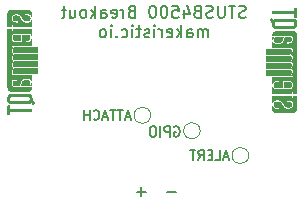
<source format=gbr>
%TF.GenerationSoftware,KiCad,Pcbnew,(5.1.7-0-10_14)*%
%TF.CreationDate,2020-10-21T07:28:03+08:00*%
%TF.ProjectId,STUSB4500_Breakout,53545553-4234-4353-9030-5f427265616b,rev?*%
%TF.SameCoordinates,Original*%
%TF.FileFunction,Legend,Bot*%
%TF.FilePolarity,Positive*%
%FSLAX46Y46*%
G04 Gerber Fmt 4.6, Leading zero omitted, Abs format (unit mm)*
G04 Created by KiCad (PCBNEW (5.1.7-0-10_14)) date 2020-10-21 07:28:03*
%MOMM*%
%LPD*%
G01*
G04 APERTURE LIST*
%ADD10C,0.150000*%
%ADD11C,0.010000*%
%ADD12C,0.120000*%
G04 APERTURE END LIST*
D10*
X129438095Y-45179761D02*
X129295238Y-45227380D01*
X129057142Y-45227380D01*
X128961904Y-45179761D01*
X128914285Y-45132142D01*
X128866666Y-45036904D01*
X128866666Y-44941666D01*
X128914285Y-44846428D01*
X128961904Y-44798809D01*
X129057142Y-44751190D01*
X129247619Y-44703571D01*
X129342857Y-44655952D01*
X129390476Y-44608333D01*
X129438095Y-44513095D01*
X129438095Y-44417857D01*
X129390476Y-44322619D01*
X129342857Y-44275000D01*
X129247619Y-44227380D01*
X129009523Y-44227380D01*
X128866666Y-44275000D01*
X128580952Y-44227380D02*
X128009523Y-44227380D01*
X128295238Y-45227380D02*
X128295238Y-44227380D01*
X127676190Y-44227380D02*
X127676190Y-45036904D01*
X127628571Y-45132142D01*
X127580952Y-45179761D01*
X127485714Y-45227380D01*
X127295238Y-45227380D01*
X127200000Y-45179761D01*
X127152380Y-45132142D01*
X127104761Y-45036904D01*
X127104761Y-44227380D01*
X126676190Y-45179761D02*
X126533333Y-45227380D01*
X126295238Y-45227380D01*
X126200000Y-45179761D01*
X126152380Y-45132142D01*
X126104761Y-45036904D01*
X126104761Y-44941666D01*
X126152380Y-44846428D01*
X126200000Y-44798809D01*
X126295238Y-44751190D01*
X126485714Y-44703571D01*
X126580952Y-44655952D01*
X126628571Y-44608333D01*
X126676190Y-44513095D01*
X126676190Y-44417857D01*
X126628571Y-44322619D01*
X126580952Y-44275000D01*
X126485714Y-44227380D01*
X126247619Y-44227380D01*
X126104761Y-44275000D01*
X125342857Y-44703571D02*
X125200000Y-44751190D01*
X125152380Y-44798809D01*
X125104761Y-44894047D01*
X125104761Y-45036904D01*
X125152380Y-45132142D01*
X125200000Y-45179761D01*
X125295238Y-45227380D01*
X125676190Y-45227380D01*
X125676190Y-44227380D01*
X125342857Y-44227380D01*
X125247619Y-44275000D01*
X125200000Y-44322619D01*
X125152380Y-44417857D01*
X125152380Y-44513095D01*
X125200000Y-44608333D01*
X125247619Y-44655952D01*
X125342857Y-44703571D01*
X125676190Y-44703571D01*
X124247619Y-44560714D02*
X124247619Y-45227380D01*
X124485714Y-44179761D02*
X124723809Y-44894047D01*
X124104761Y-44894047D01*
X123247619Y-44227380D02*
X123723809Y-44227380D01*
X123771428Y-44703571D01*
X123723809Y-44655952D01*
X123628571Y-44608333D01*
X123390476Y-44608333D01*
X123295238Y-44655952D01*
X123247619Y-44703571D01*
X123200000Y-44798809D01*
X123200000Y-45036904D01*
X123247619Y-45132142D01*
X123295238Y-45179761D01*
X123390476Y-45227380D01*
X123628571Y-45227380D01*
X123723809Y-45179761D01*
X123771428Y-45132142D01*
X122580952Y-44227380D02*
X122485714Y-44227380D01*
X122390476Y-44275000D01*
X122342857Y-44322619D01*
X122295238Y-44417857D01*
X122247619Y-44608333D01*
X122247619Y-44846428D01*
X122295238Y-45036904D01*
X122342857Y-45132142D01*
X122390476Y-45179761D01*
X122485714Y-45227380D01*
X122580952Y-45227380D01*
X122676190Y-45179761D01*
X122723809Y-45132142D01*
X122771428Y-45036904D01*
X122819047Y-44846428D01*
X122819047Y-44608333D01*
X122771428Y-44417857D01*
X122723809Y-44322619D01*
X122676190Y-44275000D01*
X122580952Y-44227380D01*
X121628571Y-44227380D02*
X121533333Y-44227380D01*
X121438095Y-44275000D01*
X121390476Y-44322619D01*
X121342857Y-44417857D01*
X121295238Y-44608333D01*
X121295238Y-44846428D01*
X121342857Y-45036904D01*
X121390476Y-45132142D01*
X121438095Y-45179761D01*
X121533333Y-45227380D01*
X121628571Y-45227380D01*
X121723809Y-45179761D01*
X121771428Y-45132142D01*
X121819047Y-45036904D01*
X121866666Y-44846428D01*
X121866666Y-44608333D01*
X121819047Y-44417857D01*
X121771428Y-44322619D01*
X121723809Y-44275000D01*
X121628571Y-44227380D01*
X119771428Y-44703571D02*
X119628571Y-44751190D01*
X119580952Y-44798809D01*
X119533333Y-44894047D01*
X119533333Y-45036904D01*
X119580952Y-45132142D01*
X119628571Y-45179761D01*
X119723809Y-45227380D01*
X120104761Y-45227380D01*
X120104761Y-44227380D01*
X119771428Y-44227380D01*
X119676190Y-44275000D01*
X119628571Y-44322619D01*
X119580952Y-44417857D01*
X119580952Y-44513095D01*
X119628571Y-44608333D01*
X119676190Y-44655952D01*
X119771428Y-44703571D01*
X120104761Y-44703571D01*
X119104761Y-45227380D02*
X119104761Y-44560714D01*
X119104761Y-44751190D02*
X119057142Y-44655952D01*
X119009523Y-44608333D01*
X118914285Y-44560714D01*
X118819047Y-44560714D01*
X118104761Y-45179761D02*
X118200000Y-45227380D01*
X118390476Y-45227380D01*
X118485714Y-45179761D01*
X118533333Y-45084523D01*
X118533333Y-44703571D01*
X118485714Y-44608333D01*
X118390476Y-44560714D01*
X118200000Y-44560714D01*
X118104761Y-44608333D01*
X118057142Y-44703571D01*
X118057142Y-44798809D01*
X118533333Y-44894047D01*
X117200000Y-45227380D02*
X117200000Y-44703571D01*
X117247619Y-44608333D01*
X117342857Y-44560714D01*
X117533333Y-44560714D01*
X117628571Y-44608333D01*
X117200000Y-45179761D02*
X117295238Y-45227380D01*
X117533333Y-45227380D01*
X117628571Y-45179761D01*
X117676190Y-45084523D01*
X117676190Y-44989285D01*
X117628571Y-44894047D01*
X117533333Y-44846428D01*
X117295238Y-44846428D01*
X117200000Y-44798809D01*
X116723809Y-45227380D02*
X116723809Y-44227380D01*
X116628571Y-44846428D02*
X116342857Y-45227380D01*
X116342857Y-44560714D02*
X116723809Y-44941666D01*
X115771428Y-45227380D02*
X115866666Y-45179761D01*
X115914285Y-45132142D01*
X115961904Y-45036904D01*
X115961904Y-44751190D01*
X115914285Y-44655952D01*
X115866666Y-44608333D01*
X115771428Y-44560714D01*
X115628571Y-44560714D01*
X115533333Y-44608333D01*
X115485714Y-44655952D01*
X115438095Y-44751190D01*
X115438095Y-45036904D01*
X115485714Y-45132142D01*
X115533333Y-45179761D01*
X115628571Y-45227380D01*
X115771428Y-45227380D01*
X114580952Y-44560714D02*
X114580952Y-45227380D01*
X115009523Y-44560714D02*
X115009523Y-45084523D01*
X114961904Y-45179761D01*
X114866666Y-45227380D01*
X114723809Y-45227380D01*
X114628571Y-45179761D01*
X114580952Y-45132142D01*
X114247619Y-44560714D02*
X113866666Y-44560714D01*
X114104761Y-44227380D02*
X114104761Y-45084523D01*
X114057142Y-45179761D01*
X113961904Y-45227380D01*
X113866666Y-45227380D01*
X126247619Y-46877380D02*
X126247619Y-46210714D01*
X126247619Y-46305952D02*
X126200000Y-46258333D01*
X126104761Y-46210714D01*
X125961904Y-46210714D01*
X125866666Y-46258333D01*
X125819047Y-46353571D01*
X125819047Y-46877380D01*
X125819047Y-46353571D02*
X125771428Y-46258333D01*
X125676190Y-46210714D01*
X125533333Y-46210714D01*
X125438095Y-46258333D01*
X125390476Y-46353571D01*
X125390476Y-46877380D01*
X124485714Y-46877380D02*
X124485714Y-46353571D01*
X124533333Y-46258333D01*
X124628571Y-46210714D01*
X124819047Y-46210714D01*
X124914285Y-46258333D01*
X124485714Y-46829761D02*
X124580952Y-46877380D01*
X124819047Y-46877380D01*
X124914285Y-46829761D01*
X124961904Y-46734523D01*
X124961904Y-46639285D01*
X124914285Y-46544047D01*
X124819047Y-46496428D01*
X124580952Y-46496428D01*
X124485714Y-46448809D01*
X124009523Y-46877380D02*
X124009523Y-45877380D01*
X123914285Y-46496428D02*
X123628571Y-46877380D01*
X123628571Y-46210714D02*
X124009523Y-46591666D01*
X122819047Y-46829761D02*
X122914285Y-46877380D01*
X123104761Y-46877380D01*
X123200000Y-46829761D01*
X123247619Y-46734523D01*
X123247619Y-46353571D01*
X123200000Y-46258333D01*
X123104761Y-46210714D01*
X122914285Y-46210714D01*
X122819047Y-46258333D01*
X122771428Y-46353571D01*
X122771428Y-46448809D01*
X123247619Y-46544047D01*
X122342857Y-46877380D02*
X122342857Y-46210714D01*
X122342857Y-46401190D02*
X122295238Y-46305952D01*
X122247619Y-46258333D01*
X122152380Y-46210714D01*
X122057142Y-46210714D01*
X121723809Y-46877380D02*
X121723809Y-46210714D01*
X121723809Y-45877380D02*
X121771428Y-45925000D01*
X121723809Y-45972619D01*
X121676190Y-45925000D01*
X121723809Y-45877380D01*
X121723809Y-45972619D01*
X121295238Y-46829761D02*
X121200000Y-46877380D01*
X121009523Y-46877380D01*
X120914285Y-46829761D01*
X120866666Y-46734523D01*
X120866666Y-46686904D01*
X120914285Y-46591666D01*
X121009523Y-46544047D01*
X121152380Y-46544047D01*
X121247619Y-46496428D01*
X121295238Y-46401190D01*
X121295238Y-46353571D01*
X121247619Y-46258333D01*
X121152380Y-46210714D01*
X121009523Y-46210714D01*
X120914285Y-46258333D01*
X120580952Y-46210714D02*
X120200000Y-46210714D01*
X120438095Y-45877380D02*
X120438095Y-46734523D01*
X120390476Y-46829761D01*
X120295238Y-46877380D01*
X120200000Y-46877380D01*
X119866666Y-46877380D02*
X119866666Y-46210714D01*
X119866666Y-45877380D02*
X119914285Y-45925000D01*
X119866666Y-45972619D01*
X119819047Y-45925000D01*
X119866666Y-45877380D01*
X119866666Y-45972619D01*
X118961904Y-46829761D02*
X119057142Y-46877380D01*
X119247619Y-46877380D01*
X119342857Y-46829761D01*
X119390476Y-46782142D01*
X119438095Y-46686904D01*
X119438095Y-46401190D01*
X119390476Y-46305952D01*
X119342857Y-46258333D01*
X119247619Y-46210714D01*
X119057142Y-46210714D01*
X118961904Y-46258333D01*
X118533333Y-46782142D02*
X118485714Y-46829761D01*
X118533333Y-46877380D01*
X118580952Y-46829761D01*
X118533333Y-46782142D01*
X118533333Y-46877380D01*
X118057142Y-46877380D02*
X118057142Y-46210714D01*
X118057142Y-45877380D02*
X118104761Y-45925000D01*
X118057142Y-45972619D01*
X118009523Y-45925000D01*
X118057142Y-45877380D01*
X118057142Y-45972619D01*
X117438095Y-46877380D02*
X117533333Y-46829761D01*
X117580952Y-46782142D01*
X117628571Y-46686904D01*
X117628571Y-46401190D01*
X117580952Y-46305952D01*
X117533333Y-46258333D01*
X117438095Y-46210714D01*
X117295238Y-46210714D01*
X117200000Y-46258333D01*
X117152380Y-46305952D01*
X117104761Y-46401190D01*
X117104761Y-46686904D01*
X117152380Y-46782142D01*
X117200000Y-46829761D01*
X117295238Y-46877380D01*
X117438095Y-46877380D01*
X123580952Y-59971428D02*
X122819047Y-59971428D01*
X120980952Y-59971428D02*
X120219047Y-59971428D01*
X120600000Y-60352380D02*
X120600000Y-59590476D01*
D11*
%TO.C,G\u002A\u002A\u002A*%
G36*
X133269827Y-50868191D02*
G01*
X133265128Y-50831558D01*
X133256334Y-50801951D01*
X133242710Y-50776670D01*
X133228634Y-50758646D01*
X133213963Y-50743065D01*
X133198981Y-50730127D01*
X133182387Y-50719588D01*
X133162876Y-50711206D01*
X133139148Y-50704737D01*
X133109900Y-50699939D01*
X133073830Y-50696567D01*
X133029635Y-50694380D01*
X132976013Y-50693134D01*
X132911663Y-50692586D01*
X132874277Y-50692497D01*
X132818110Y-50692546D01*
X132773354Y-50692863D01*
X132738720Y-50693502D01*
X132712920Y-50694520D01*
X132694667Y-50695973D01*
X132682671Y-50697917D01*
X132675646Y-50700407D01*
X132674442Y-50701175D01*
X132671101Y-50704249D01*
X132668406Y-50708959D01*
X132666265Y-50716643D01*
X132664588Y-50728636D01*
X132663284Y-50746274D01*
X132662263Y-50770895D01*
X132661434Y-50803834D01*
X132660705Y-50846427D01*
X132659986Y-50900012D01*
X132659775Y-50917075D01*
X132657244Y-51124100D01*
X132888763Y-51124100D01*
X132954446Y-51124014D01*
X133008780Y-51123662D01*
X133053116Y-51122906D01*
X133088803Y-51121608D01*
X133117192Y-51119629D01*
X133139633Y-51116831D01*
X133157477Y-51113074D01*
X133172074Y-51108222D01*
X133184775Y-51102135D01*
X133196928Y-51094674D01*
X133200727Y-51092109D01*
X133228867Y-51067599D01*
X133249362Y-51037144D01*
X133262807Y-50999243D01*
X133269797Y-50952396D01*
X133271168Y-50914550D01*
X133269827Y-50868191D01*
G37*
X133269827Y-50868191D02*
X133265128Y-50831558D01*
X133256334Y-50801951D01*
X133242710Y-50776670D01*
X133228634Y-50758646D01*
X133213963Y-50743065D01*
X133198981Y-50730127D01*
X133182387Y-50719588D01*
X133162876Y-50711206D01*
X133139148Y-50704737D01*
X133109900Y-50699939D01*
X133073830Y-50696567D01*
X133029635Y-50694380D01*
X132976013Y-50693134D01*
X132911663Y-50692586D01*
X132874277Y-50692497D01*
X132818110Y-50692546D01*
X132773354Y-50692863D01*
X132738720Y-50693502D01*
X132712920Y-50694520D01*
X132694667Y-50695973D01*
X132682671Y-50697917D01*
X132675646Y-50700407D01*
X132674442Y-50701175D01*
X132671101Y-50704249D01*
X132668406Y-50708959D01*
X132666265Y-50716643D01*
X132664588Y-50728636D01*
X132663284Y-50746274D01*
X132662263Y-50770895D01*
X132661434Y-50803834D01*
X132660705Y-50846427D01*
X132659986Y-50900012D01*
X132659775Y-50917075D01*
X132657244Y-51124100D01*
X132888763Y-51124100D01*
X132954446Y-51124014D01*
X133008780Y-51123662D01*
X133053116Y-51122906D01*
X133088803Y-51121608D01*
X133117192Y-51119629D01*
X133139633Y-51116831D01*
X133157477Y-51113074D01*
X133172074Y-51108222D01*
X133184775Y-51102135D01*
X133196928Y-51094674D01*
X133200727Y-51092109D01*
X133228867Y-51067599D01*
X133249362Y-51037144D01*
X133262807Y-50999243D01*
X133269797Y-50952396D01*
X133271168Y-50914550D01*
X133269827Y-50868191D01*
G36*
X132586105Y-46845639D02*
G01*
X132579055Y-46844756D01*
X132560529Y-46843928D01*
X132531753Y-46843173D01*
X132493950Y-46842508D01*
X132448345Y-46841949D01*
X132396163Y-46841515D01*
X132338629Y-46841223D01*
X132276966Y-46841089D01*
X132263831Y-46841083D01*
X131946054Y-46841025D01*
X131920618Y-46885475D01*
X131896748Y-46928795D01*
X131879341Y-46964884D01*
X131867394Y-46996787D01*
X131859900Y-47027544D01*
X131855856Y-47060199D01*
X131854549Y-47085500D01*
X131854344Y-47124712D01*
X131856390Y-47153934D01*
X131860327Y-47171225D01*
X131872330Y-47196870D01*
X131885189Y-47214586D01*
X131902604Y-47228822D01*
X131914330Y-47236114D01*
X131944375Y-47253775D01*
X132133634Y-47255713D01*
X132194973Y-47256186D01*
X132245141Y-47256087D01*
X132285661Y-47255209D01*
X132318057Y-47253346D01*
X132343852Y-47250291D01*
X132364571Y-47245839D01*
X132381736Y-47239783D01*
X132396871Y-47231916D01*
X132411500Y-47222032D01*
X132417888Y-47217208D01*
X132435505Y-47200468D01*
X132454267Y-47177810D01*
X132467522Y-47158256D01*
X132475911Y-47142147D01*
X132486951Y-47117896D01*
X132499920Y-47087409D01*
X132514096Y-47052590D01*
X132528756Y-47015342D01*
X132543178Y-46977570D01*
X132556640Y-46941177D01*
X132568419Y-46908069D01*
X132577794Y-46880149D01*
X132584042Y-46859321D01*
X132586441Y-46847490D01*
X132586105Y-46845639D01*
G37*
X132586105Y-46845639D02*
X132579055Y-46844756D01*
X132560529Y-46843928D01*
X132531753Y-46843173D01*
X132493950Y-46842508D01*
X132448345Y-46841949D01*
X132396163Y-46841515D01*
X132338629Y-46841223D01*
X132276966Y-46841089D01*
X132263831Y-46841083D01*
X131946054Y-46841025D01*
X131920618Y-46885475D01*
X131896748Y-46928795D01*
X131879341Y-46964884D01*
X131867394Y-46996787D01*
X131859900Y-47027544D01*
X131855856Y-47060199D01*
X131854549Y-47085500D01*
X131854344Y-47124712D01*
X131856390Y-47153934D01*
X131860327Y-47171225D01*
X131872330Y-47196870D01*
X131885189Y-47214586D01*
X131902604Y-47228822D01*
X131914330Y-47236114D01*
X131944375Y-47253775D01*
X132133634Y-47255713D01*
X132194973Y-47256186D01*
X132245141Y-47256087D01*
X132285661Y-47255209D01*
X132318057Y-47253346D01*
X132343852Y-47250291D01*
X132364571Y-47245839D01*
X132381736Y-47239783D01*
X132396871Y-47231916D01*
X132411500Y-47222032D01*
X132417888Y-47217208D01*
X132435505Y-47200468D01*
X132454267Y-47177810D01*
X132467522Y-47158256D01*
X132475911Y-47142147D01*
X132486951Y-47117896D01*
X132499920Y-47087409D01*
X132514096Y-47052590D01*
X132528756Y-47015342D01*
X132543178Y-46977570D01*
X132556640Y-46941177D01*
X132568419Y-46908069D01*
X132577794Y-46880149D01*
X132584042Y-46859321D01*
X132586441Y-46847490D01*
X132586105Y-46845639D01*
G36*
X133554322Y-44374050D02*
G01*
X133552624Y-44531213D01*
X133550925Y-44688375D01*
X132622238Y-44686058D01*
X131693550Y-44683740D01*
X131693550Y-44869270D01*
X132622238Y-44867723D01*
X133550925Y-44866175D01*
X133552624Y-45023338D01*
X133554322Y-45180500D01*
X133710784Y-45180500D01*
X133714984Y-44918563D01*
X133715944Y-44854957D01*
X133716827Y-44789242D01*
X133717608Y-44723885D01*
X133718261Y-44661355D01*
X133718759Y-44604116D01*
X133719079Y-44554638D01*
X133719192Y-44515387D01*
X133719192Y-44515338D01*
X133719200Y-44374050D01*
X133554322Y-44374050D01*
G37*
X133554322Y-44374050D02*
X133552624Y-44531213D01*
X133550925Y-44688375D01*
X132622238Y-44686058D01*
X131693550Y-44683740D01*
X131693550Y-44869270D01*
X132622238Y-44867723D01*
X133550925Y-44866175D01*
X133552624Y-45023338D01*
X133554322Y-45180500D01*
X133710784Y-45180500D01*
X133714984Y-44918563D01*
X133715944Y-44854957D01*
X133716827Y-44789242D01*
X133717608Y-44723885D01*
X133718261Y-44661355D01*
X133718759Y-44604116D01*
X133719079Y-44554638D01*
X133719192Y-44515387D01*
X133719192Y-44515338D01*
X133719200Y-44374050D01*
X133554322Y-44374050D01*
G36*
X131767958Y-46841840D02*
G01*
X131743878Y-46839640D01*
X131722221Y-46838191D01*
X131711669Y-46837850D01*
X131693550Y-46837850D01*
X131693779Y-46934688D01*
X131694007Y-47031525D01*
X131715082Y-46987075D01*
X131729198Y-46960330D01*
X131747665Y-46929399D01*
X131766984Y-46900082D01*
X131771143Y-46894228D01*
X131806128Y-46845830D01*
X131767958Y-46841840D01*
G37*
X131767958Y-46841840D02*
X131743878Y-46839640D01*
X131722221Y-46838191D01*
X131711669Y-46837850D01*
X131693550Y-46837850D01*
X131693779Y-46934688D01*
X131694007Y-47031525D01*
X131715082Y-46987075D01*
X131729198Y-46960330D01*
X131747665Y-46929399D01*
X131766984Y-46900082D01*
X131771143Y-46894228D01*
X131806128Y-46845830D01*
X131767958Y-46841840D01*
G36*
X133267266Y-47980121D02*
G01*
X133258881Y-47945578D01*
X133243376Y-47918342D01*
X133219785Y-47896271D01*
X133208526Y-47888809D01*
X133177276Y-47869725D01*
X131693550Y-47866345D01*
X131693550Y-48285650D01*
X133160321Y-48285650D01*
X133179933Y-48258663D01*
X133219008Y-48198497D01*
X133246583Y-48140899D01*
X133263210Y-48084426D01*
X133269440Y-48027635D01*
X133269496Y-48024113D01*
X133267266Y-47980121D01*
G37*
X133267266Y-47980121D02*
X133258881Y-47945578D01*
X133243376Y-47918342D01*
X133219785Y-47896271D01*
X133208526Y-47888809D01*
X133177276Y-47869725D01*
X131693550Y-47866345D01*
X131693550Y-48285650D01*
X133160321Y-48285650D01*
X133179933Y-48258663D01*
X133219008Y-48198497D01*
X133246583Y-48140899D01*
X133263210Y-48084426D01*
X133269440Y-48027635D01*
X133269496Y-48024113D01*
X133267266Y-47980121D01*
G36*
X133266831Y-48574153D02*
G01*
X133254364Y-48535937D01*
X133233652Y-48505514D01*
X133222843Y-48495654D01*
X133216702Y-48490839D01*
X133210695Y-48486529D01*
X133204120Y-48482697D01*
X133196273Y-48479314D01*
X133186453Y-48476353D01*
X133173957Y-48473785D01*
X133158083Y-48471583D01*
X133138128Y-48469718D01*
X133113391Y-48468162D01*
X133083168Y-48466887D01*
X133046758Y-48465866D01*
X133003457Y-48465070D01*
X132952564Y-48464472D01*
X132893376Y-48464042D01*
X132825191Y-48463754D01*
X132747307Y-48463578D01*
X132659020Y-48463488D01*
X132559630Y-48463455D01*
X132448432Y-48463450D01*
X131693550Y-48463450D01*
X131693550Y-48882808D01*
X132429878Y-48881092D01*
X132542097Y-48880827D01*
X132642305Y-48880576D01*
X132731194Y-48880325D01*
X132809453Y-48880061D01*
X132877773Y-48879771D01*
X132936843Y-48879441D01*
X132987353Y-48879058D01*
X133029995Y-48878609D01*
X133065457Y-48878080D01*
X133094430Y-48877459D01*
X133117604Y-48876731D01*
X133135669Y-48875883D01*
X133149315Y-48874902D01*
X133159233Y-48873775D01*
X133166112Y-48872488D01*
X133170643Y-48871029D01*
X133173515Y-48869383D01*
X133175419Y-48867537D01*
X133176114Y-48866675D01*
X133197577Y-48835264D01*
X133219426Y-48796678D01*
X133238960Y-48756065D01*
X133252785Y-48720667D01*
X133266240Y-48668007D01*
X133270856Y-48618673D01*
X133266831Y-48574153D01*
G37*
X133266831Y-48574153D02*
X133254364Y-48535937D01*
X133233652Y-48505514D01*
X133222843Y-48495654D01*
X133216702Y-48490839D01*
X133210695Y-48486529D01*
X133204120Y-48482697D01*
X133196273Y-48479314D01*
X133186453Y-48476353D01*
X133173957Y-48473785D01*
X133158083Y-48471583D01*
X133138128Y-48469718D01*
X133113391Y-48468162D01*
X133083168Y-48466887D01*
X133046758Y-48465866D01*
X133003457Y-48465070D01*
X132952564Y-48464472D01*
X132893376Y-48464042D01*
X132825191Y-48463754D01*
X132747307Y-48463578D01*
X132659020Y-48463488D01*
X132559630Y-48463455D01*
X132448432Y-48463450D01*
X131693550Y-48463450D01*
X131693550Y-48882808D01*
X132429878Y-48881092D01*
X132542097Y-48880827D01*
X132642305Y-48880576D01*
X132731194Y-48880325D01*
X132809453Y-48880061D01*
X132877773Y-48879771D01*
X132936843Y-48879441D01*
X132987353Y-48879058D01*
X133029995Y-48878609D01*
X133065457Y-48878080D01*
X133094430Y-48877459D01*
X133117604Y-48876731D01*
X133135669Y-48875883D01*
X133149315Y-48874902D01*
X133159233Y-48873775D01*
X133166112Y-48872488D01*
X133170643Y-48871029D01*
X133173515Y-48869383D01*
X133175419Y-48867537D01*
X133176114Y-48866675D01*
X133197577Y-48835264D01*
X133219426Y-48796678D01*
X133238960Y-48756065D01*
X133252785Y-48720667D01*
X133266240Y-48668007D01*
X133270856Y-48618673D01*
X133266831Y-48574153D01*
G36*
X133265706Y-49171502D02*
G01*
X133252605Y-49133028D01*
X133230492Y-49103202D01*
X133199137Y-49081655D01*
X133180090Y-49073927D01*
X133172446Y-49072719D01*
X133156832Y-49071634D01*
X133132831Y-49070669D01*
X133100027Y-49069819D01*
X133058004Y-49069081D01*
X133006344Y-49068451D01*
X132944630Y-49067924D01*
X132872447Y-49067497D01*
X132789378Y-49067166D01*
X132695006Y-49066926D01*
X132588914Y-49066774D01*
X132470686Y-49066705D01*
X132426028Y-49066700D01*
X131693550Y-49066700D01*
X131693550Y-49479450D01*
X132413482Y-49479450D01*
X132508386Y-49479418D01*
X132599957Y-49479323D01*
X132687368Y-49479171D01*
X132769794Y-49478965D01*
X132846407Y-49478709D01*
X132916382Y-49478407D01*
X132978892Y-49478065D01*
X133033111Y-49477685D01*
X133078212Y-49477273D01*
X133113370Y-49476832D01*
X133137759Y-49476366D01*
X133150551Y-49475880D01*
X133152101Y-49475713D01*
X133165184Y-49470137D01*
X133178778Y-49457417D01*
X133195108Y-49435422D01*
X133196830Y-49432850D01*
X133229171Y-49379050D01*
X133251507Y-49328979D01*
X133264770Y-49279916D01*
X133269892Y-49229135D01*
X133270022Y-49218993D01*
X133265706Y-49171502D01*
G37*
X133265706Y-49171502D02*
X133252605Y-49133028D01*
X133230492Y-49103202D01*
X133199137Y-49081655D01*
X133180090Y-49073927D01*
X133172446Y-49072719D01*
X133156832Y-49071634D01*
X133132831Y-49070669D01*
X133100027Y-49069819D01*
X133058004Y-49069081D01*
X133006344Y-49068451D01*
X132944630Y-49067924D01*
X132872447Y-49067497D01*
X132789378Y-49067166D01*
X132695006Y-49066926D01*
X132588914Y-49066774D01*
X132470686Y-49066705D01*
X132426028Y-49066700D01*
X131693550Y-49066700D01*
X131693550Y-49479450D01*
X132413482Y-49479450D01*
X132508386Y-49479418D01*
X132599957Y-49479323D01*
X132687368Y-49479171D01*
X132769794Y-49478965D01*
X132846407Y-49478709D01*
X132916382Y-49478407D01*
X132978892Y-49478065D01*
X133033111Y-49477685D01*
X133078212Y-49477273D01*
X133113370Y-49476832D01*
X133137759Y-49476366D01*
X133150551Y-49475880D01*
X133152101Y-49475713D01*
X133165184Y-49470137D01*
X133178778Y-49457417D01*
X133195108Y-49435422D01*
X133196830Y-49432850D01*
X133229171Y-49379050D01*
X133251507Y-49328979D01*
X133264770Y-49279916D01*
X133269892Y-49229135D01*
X133270022Y-49218993D01*
X133265706Y-49171502D01*
G36*
X133265725Y-49769181D02*
G01*
X133254042Y-49732987D01*
X133233660Y-49703941D01*
X133212242Y-49685868D01*
X133184709Y-49666775D01*
X132439130Y-49665111D01*
X131693550Y-49663446D01*
X131693550Y-50076350D01*
X133166389Y-50076350D01*
X133204889Y-50011263D01*
X133232026Y-49961966D01*
X133251058Y-49918666D01*
X133262938Y-49878455D01*
X133268617Y-49838425D01*
X133269445Y-49814168D01*
X133265725Y-49769181D01*
G37*
X133265725Y-49769181D02*
X133254042Y-49732987D01*
X133233660Y-49703941D01*
X133212242Y-49685868D01*
X133184709Y-49666775D01*
X132439130Y-49665111D01*
X131693550Y-49663446D01*
X131693550Y-50076350D01*
X133166389Y-50076350D01*
X133204889Y-50011263D01*
X133232026Y-49961966D01*
X133251058Y-49918666D01*
X133262938Y-49878455D01*
X133268617Y-49838425D01*
X133269445Y-49814168D01*
X133265725Y-49769181D01*
G36*
X133718213Y-48075374D02*
G01*
X133718169Y-47894887D01*
X133718083Y-47726753D01*
X133717956Y-47570915D01*
X133717788Y-47427314D01*
X133717577Y-47295892D01*
X133717326Y-47176592D01*
X133717032Y-47069356D01*
X133716696Y-46974126D01*
X133716319Y-46890845D01*
X133715899Y-46819453D01*
X133715437Y-46759895D01*
X133714932Y-46712111D01*
X133714385Y-46676044D01*
X133713796Y-46651636D01*
X133713164Y-46638829D01*
X133713055Y-46637825D01*
X133699438Y-46578619D01*
X133674870Y-46525695D01*
X133639683Y-46479511D01*
X133594212Y-46440523D01*
X133550084Y-46414539D01*
X133500793Y-46390175D01*
X132751159Y-46387000D01*
X132653591Y-46386624D01*
X132558881Y-46386332D01*
X132467883Y-46386121D01*
X132381449Y-46385992D01*
X132300434Y-46385943D01*
X132225691Y-46385972D01*
X132158074Y-46386080D01*
X132098436Y-46386264D01*
X132047631Y-46386524D01*
X132006512Y-46386858D01*
X131975933Y-46387266D01*
X131956748Y-46387746D01*
X131951489Y-46388030D01*
X131895479Y-46398882D01*
X131843307Y-46420929D01*
X131796495Y-46452878D01*
X131756566Y-46493436D01*
X131725042Y-46541310D01*
X131703444Y-46595209D01*
X131702195Y-46599725D01*
X131697171Y-46621613D01*
X131694083Y-46641037D01*
X131693626Y-46647792D01*
X131693550Y-46664109D01*
X132431738Y-46664925D01*
X132545640Y-46665066D01*
X132647543Y-46665229D01*
X132738147Y-46665425D01*
X132818151Y-46665662D01*
X132888256Y-46665952D01*
X132949162Y-46666303D01*
X133001570Y-46666726D01*
X133046180Y-46667230D01*
X133083691Y-46667825D01*
X133114805Y-46668522D01*
X133140222Y-46669328D01*
X133160642Y-46670256D01*
X133176764Y-46671313D01*
X133189290Y-46672511D01*
X133198919Y-46673859D01*
X133206353Y-46675366D01*
X133208025Y-46675789D01*
X133267945Y-46696766D01*
X133318670Y-46725818D01*
X133360380Y-46763219D01*
X133393256Y-46809246D01*
X133417478Y-46864171D01*
X133433227Y-46928272D01*
X133440683Y-47001821D01*
X133441376Y-47031525D01*
X133437696Y-47110831D01*
X133425765Y-47180617D01*
X133405403Y-47241167D01*
X133376431Y-47292766D01*
X133338669Y-47335699D01*
X133291937Y-47370251D01*
X133236056Y-47396707D01*
X133204563Y-47407007D01*
X133186973Y-47410758D01*
X133162174Y-47413838D01*
X133128860Y-47416338D01*
X133085723Y-47418354D01*
X133031457Y-47419978D01*
X133019113Y-47420265D01*
X132868300Y-47423630D01*
X132868300Y-47245307D01*
X133009588Y-47243145D01*
X133060400Y-47242185D01*
X133100382Y-47240748D01*
X133131401Y-47238386D01*
X133155327Y-47234653D01*
X133174028Y-47229104D01*
X133189373Y-47221291D01*
X133203231Y-47210769D01*
X133217471Y-47197091D01*
X133221988Y-47192419D01*
X133243216Y-47166052D01*
X133257656Y-47137075D01*
X133266203Y-47102668D01*
X133269752Y-47060012D01*
X133269978Y-47041285D01*
X133266633Y-46985740D01*
X133256512Y-46940473D01*
X133239032Y-46904674D01*
X133213613Y-46877536D01*
X133179674Y-46858250D01*
X133136634Y-46846007D01*
X133128650Y-46844614D01*
X133111540Y-46842825D01*
X133085327Y-46841304D01*
X133052041Y-46840062D01*
X133013712Y-46839109D01*
X132972370Y-46838457D01*
X132930043Y-46838116D01*
X132888763Y-46838096D01*
X132850558Y-46838410D01*
X132817458Y-46839066D01*
X132791492Y-46840077D01*
X132774691Y-46841453D01*
X132769353Y-46842710D01*
X132765378Y-46849728D01*
X132757768Y-46867048D01*
X132747185Y-46893022D01*
X132734286Y-46925999D01*
X132719731Y-46964329D01*
X132706591Y-46999775D01*
X132679787Y-47072088D01*
X132656337Y-47133468D01*
X132635685Y-47185067D01*
X132617276Y-47228035D01*
X132600554Y-47263523D01*
X132584965Y-47292683D01*
X132569953Y-47316665D01*
X132554962Y-47336620D01*
X132539438Y-47353700D01*
X132532719Y-47360205D01*
X132501505Y-47386030D01*
X132468495Y-47405592D01*
X132428836Y-47421634D01*
X132417450Y-47425373D01*
X132406003Y-47428480D01*
X132392216Y-47431036D01*
X132374654Y-47433119D01*
X132351876Y-47434812D01*
X132322447Y-47436194D01*
X132284926Y-47437348D01*
X132237878Y-47438353D01*
X132179862Y-47439291D01*
X132166456Y-47439482D01*
X132097823Y-47440272D01*
X132040396Y-47440471D01*
X131992691Y-47439975D01*
X131953224Y-47438679D01*
X131920511Y-47436480D01*
X131893068Y-47433273D01*
X131869410Y-47428953D01*
X131848053Y-47423417D01*
X131827513Y-47416560D01*
X131824523Y-47415454D01*
X131785474Y-47395024D01*
X131749149Y-47365219D01*
X131719324Y-47329318D01*
X131712299Y-47318005D01*
X131693670Y-47285525D01*
X131693610Y-47483963D01*
X131693550Y-47682400D01*
X132441263Y-47682511D01*
X132557855Y-47682531D01*
X132662460Y-47682572D01*
X132755791Y-47682659D01*
X132838561Y-47682818D01*
X132911482Y-47683073D01*
X132975269Y-47683451D01*
X133030633Y-47683976D01*
X133078288Y-47684674D01*
X133118947Y-47685569D01*
X133153323Y-47686689D01*
X133182128Y-47688056D01*
X133206076Y-47689698D01*
X133225880Y-47691639D01*
X133242252Y-47693904D01*
X133255906Y-47696520D01*
X133267554Y-47699510D01*
X133277910Y-47702901D01*
X133287687Y-47706718D01*
X133297597Y-47710986D01*
X133302317Y-47713072D01*
X133345541Y-47738772D01*
X133381088Y-47773402D01*
X133408743Y-47815612D01*
X133428289Y-47864054D01*
X133439509Y-47917379D01*
X133442186Y-47974238D01*
X133436105Y-48033281D01*
X133421048Y-48093161D01*
X133396799Y-48152528D01*
X133378316Y-48186396D01*
X133361135Y-48213439D01*
X133341150Y-48242681D01*
X133327517Y-48261356D01*
X133313990Y-48279821D01*
X133304199Y-48294503D01*
X133300131Y-48302406D01*
X133300112Y-48302631D01*
X133305055Y-48308660D01*
X133317761Y-48318589D01*
X133329313Y-48326317D01*
X133368001Y-48358042D01*
X133399140Y-48398662D01*
X133422285Y-48446544D01*
X133436991Y-48500057D01*
X133442813Y-48557566D01*
X133439305Y-48617439D01*
X133426021Y-48678044D01*
X133425623Y-48679350D01*
X133413630Y-48713697D01*
X133398445Y-48747769D01*
X133378835Y-48783758D01*
X133353567Y-48823856D01*
X133321406Y-48870254D01*
X133306827Y-48890394D01*
X133301210Y-48900498D01*
X133305165Y-48906849D01*
X133310002Y-48909786D01*
X133326858Y-48921912D01*
X133347957Y-48940835D01*
X133369967Y-48963160D01*
X133389555Y-48985491D01*
X133403386Y-49004433D01*
X133404117Y-49005655D01*
X133426097Y-49055467D01*
X133438464Y-49113384D01*
X133441397Y-49164967D01*
X133437661Y-49220857D01*
X133426215Y-49274976D01*
X133406291Y-49329400D01*
X133377118Y-49386204D01*
X133337931Y-49447465D01*
X133335560Y-49450875D01*
X133300115Y-49501675D01*
X133320745Y-49517344D01*
X133367566Y-49560166D01*
X133403621Y-49608873D01*
X133428488Y-49662452D01*
X133441742Y-49719891D01*
X133442962Y-49780179D01*
X133440247Y-49803204D01*
X133432449Y-49844648D01*
X133422041Y-49881533D01*
X133407669Y-49916972D01*
X133387979Y-49954079D01*
X133361616Y-49995969D01*
X133347106Y-50017368D01*
X133306785Y-50075861D01*
X133417575Y-50079525D01*
X133417575Y-50257325D01*
X132555563Y-50258936D01*
X131693550Y-50260546D01*
X131693980Y-50500236D01*
X131694194Y-50564843D01*
X131694597Y-50617459D01*
X131695212Y-50658794D01*
X131696062Y-50689555D01*
X131697170Y-50710452D01*
X131698559Y-50722192D01*
X131700254Y-50725485D01*
X131701281Y-50724050D01*
X131716369Y-50690655D01*
X131729651Y-50665435D01*
X131743482Y-50644567D01*
X131760220Y-50624228D01*
X131768230Y-50615414D01*
X131802215Y-50583954D01*
X131840563Y-50559845D01*
X131849550Y-50555367D01*
X131877949Y-50542654D01*
X131905328Y-50532810D01*
X131933914Y-50525491D01*
X131965931Y-50520356D01*
X132003606Y-50517062D01*
X132049163Y-50515267D01*
X132104828Y-50514628D01*
X132114471Y-50514611D01*
X132246467Y-50514500D01*
X132242194Y-50598638D01*
X132240566Y-50629758D01*
X132239111Y-50655840D01*
X132237968Y-50674511D01*
X132237277Y-50683404D01*
X132237198Y-50683816D01*
X132230941Y-50684337D01*
X132213904Y-50685187D01*
X132188002Y-50686284D01*
X132155148Y-50687550D01*
X132117256Y-50688903D01*
X132109475Y-50689169D01*
X132065806Y-50690733D01*
X132032648Y-50692246D01*
X132007818Y-50693997D01*
X131989132Y-50696277D01*
X131974405Y-50699376D01*
X131961455Y-50703584D01*
X131948096Y-50709191D01*
X131943686Y-50711187D01*
X131912547Y-50728973D01*
X131888699Y-50751380D01*
X131871449Y-50779933D01*
X131860099Y-50816157D01*
X131853955Y-50861576D01*
X131852300Y-50911519D01*
X131854364Y-50964859D01*
X131861053Y-51007804D01*
X131873115Y-51042051D01*
X131891298Y-51069298D01*
X131916348Y-51091243D01*
X131936832Y-51103556D01*
X131969775Y-51120925D01*
X132228538Y-51122781D01*
X132487300Y-51124636D01*
X132487300Y-50514500D01*
X132812738Y-50514611D01*
X132891383Y-50514683D01*
X132958501Y-50514909D01*
X133015264Y-50515386D01*
X133062844Y-50516212D01*
X133102415Y-50517486D01*
X133135148Y-50519305D01*
X133162217Y-50521768D01*
X133184794Y-50524972D01*
X133204050Y-50529016D01*
X133221160Y-50533998D01*
X133237295Y-50540016D01*
X133253628Y-50547168D01*
X133264820Y-50552431D01*
X133316365Y-50583803D01*
X133359516Y-50624676D01*
X133394205Y-50674959D01*
X133420363Y-50734564D01*
X133431186Y-50771675D01*
X133437392Y-50807488D01*
X133441152Y-50851994D01*
X133442508Y-50901431D01*
X133441501Y-50952039D01*
X133438173Y-51000056D01*
X133432564Y-51041721D01*
X133427992Y-51062594D01*
X133406411Y-51124850D01*
X133377323Y-51177100D01*
X133340017Y-51220062D01*
X133293781Y-51254451D01*
X133237905Y-51280984D01*
X133198500Y-51293694D01*
X133190897Y-51295610D01*
X133182306Y-51297300D01*
X133171926Y-51298776D01*
X133158952Y-51300055D01*
X133142583Y-51301149D01*
X133122016Y-51302072D01*
X133096449Y-51302840D01*
X133065077Y-51303467D01*
X133027099Y-51303965D01*
X132981713Y-51304350D01*
X132928114Y-51304636D01*
X132865501Y-51304837D01*
X132793071Y-51304967D01*
X132710021Y-51305041D01*
X132615549Y-51305072D01*
X132553975Y-51305075D01*
X131950725Y-51305075D01*
X131898926Y-51287523D01*
X131845279Y-51264699D01*
X131798096Y-51235337D01*
X131758952Y-51200806D01*
X131729427Y-51162480D01*
X131712114Y-51125046D01*
X131705882Y-51108354D01*
X131700018Y-51096958D01*
X131699133Y-51095843D01*
X131697893Y-51100623D01*
X131696765Y-51117049D01*
X131695772Y-51144066D01*
X131694935Y-51180620D01*
X131694276Y-51225657D01*
X131693817Y-51278123D01*
X131693580Y-51336963D01*
X131693550Y-51367305D01*
X131693550Y-51644800D01*
X133255650Y-51644800D01*
X133255650Y-51447950D01*
X133420750Y-51447950D01*
X133420750Y-51645035D01*
X133568388Y-51643330D01*
X133716025Y-51641625D01*
X133717820Y-49165125D01*
X133717980Y-48922007D01*
X133718100Y-48691530D01*
X133718179Y-48473637D01*
X133718216Y-48268271D01*
X133718213Y-48075374D01*
G37*
X133718213Y-48075374D02*
X133718169Y-47894887D01*
X133718083Y-47726753D01*
X133717956Y-47570915D01*
X133717788Y-47427314D01*
X133717577Y-47295892D01*
X133717326Y-47176592D01*
X133717032Y-47069356D01*
X133716696Y-46974126D01*
X133716319Y-46890845D01*
X133715899Y-46819453D01*
X133715437Y-46759895D01*
X133714932Y-46712111D01*
X133714385Y-46676044D01*
X133713796Y-46651636D01*
X133713164Y-46638829D01*
X133713055Y-46637825D01*
X133699438Y-46578619D01*
X133674870Y-46525695D01*
X133639683Y-46479511D01*
X133594212Y-46440523D01*
X133550084Y-46414539D01*
X133500793Y-46390175D01*
X132751159Y-46387000D01*
X132653591Y-46386624D01*
X132558881Y-46386332D01*
X132467883Y-46386121D01*
X132381449Y-46385992D01*
X132300434Y-46385943D01*
X132225691Y-46385972D01*
X132158074Y-46386080D01*
X132098436Y-46386264D01*
X132047631Y-46386524D01*
X132006512Y-46386858D01*
X131975933Y-46387266D01*
X131956748Y-46387746D01*
X131951489Y-46388030D01*
X131895479Y-46398882D01*
X131843307Y-46420929D01*
X131796495Y-46452878D01*
X131756566Y-46493436D01*
X131725042Y-46541310D01*
X131703444Y-46595209D01*
X131702195Y-46599725D01*
X131697171Y-46621613D01*
X131694083Y-46641037D01*
X131693626Y-46647792D01*
X131693550Y-46664109D01*
X132431738Y-46664925D01*
X132545640Y-46665066D01*
X132647543Y-46665229D01*
X132738147Y-46665425D01*
X132818151Y-46665662D01*
X132888256Y-46665952D01*
X132949162Y-46666303D01*
X133001570Y-46666726D01*
X133046180Y-46667230D01*
X133083691Y-46667825D01*
X133114805Y-46668522D01*
X133140222Y-46669328D01*
X133160642Y-46670256D01*
X133176764Y-46671313D01*
X133189290Y-46672511D01*
X133198919Y-46673859D01*
X133206353Y-46675366D01*
X133208025Y-46675789D01*
X133267945Y-46696766D01*
X133318670Y-46725818D01*
X133360380Y-46763219D01*
X133393256Y-46809246D01*
X133417478Y-46864171D01*
X133433227Y-46928272D01*
X133440683Y-47001821D01*
X133441376Y-47031525D01*
X133437696Y-47110831D01*
X133425765Y-47180617D01*
X133405403Y-47241167D01*
X133376431Y-47292766D01*
X133338669Y-47335699D01*
X133291937Y-47370251D01*
X133236056Y-47396707D01*
X133204563Y-47407007D01*
X133186973Y-47410758D01*
X133162174Y-47413838D01*
X133128860Y-47416338D01*
X133085723Y-47418354D01*
X133031457Y-47419978D01*
X133019113Y-47420265D01*
X132868300Y-47423630D01*
X132868300Y-47245307D01*
X133009588Y-47243145D01*
X133060400Y-47242185D01*
X133100382Y-47240748D01*
X133131401Y-47238386D01*
X133155327Y-47234653D01*
X133174028Y-47229104D01*
X133189373Y-47221291D01*
X133203231Y-47210769D01*
X133217471Y-47197091D01*
X133221988Y-47192419D01*
X133243216Y-47166052D01*
X133257656Y-47137075D01*
X133266203Y-47102668D01*
X133269752Y-47060012D01*
X133269978Y-47041285D01*
X133266633Y-46985740D01*
X133256512Y-46940473D01*
X133239032Y-46904674D01*
X133213613Y-46877536D01*
X133179674Y-46858250D01*
X133136634Y-46846007D01*
X133128650Y-46844614D01*
X133111540Y-46842825D01*
X133085327Y-46841304D01*
X133052041Y-46840062D01*
X133013712Y-46839109D01*
X132972370Y-46838457D01*
X132930043Y-46838116D01*
X132888763Y-46838096D01*
X132850558Y-46838410D01*
X132817458Y-46839066D01*
X132791492Y-46840077D01*
X132774691Y-46841453D01*
X132769353Y-46842710D01*
X132765378Y-46849728D01*
X132757768Y-46867048D01*
X132747185Y-46893022D01*
X132734286Y-46925999D01*
X132719731Y-46964329D01*
X132706591Y-46999775D01*
X132679787Y-47072088D01*
X132656337Y-47133468D01*
X132635685Y-47185067D01*
X132617276Y-47228035D01*
X132600554Y-47263523D01*
X132584965Y-47292683D01*
X132569953Y-47316665D01*
X132554962Y-47336620D01*
X132539438Y-47353700D01*
X132532719Y-47360205D01*
X132501505Y-47386030D01*
X132468495Y-47405592D01*
X132428836Y-47421634D01*
X132417450Y-47425373D01*
X132406003Y-47428480D01*
X132392216Y-47431036D01*
X132374654Y-47433119D01*
X132351876Y-47434812D01*
X132322447Y-47436194D01*
X132284926Y-47437348D01*
X132237878Y-47438353D01*
X132179862Y-47439291D01*
X132166456Y-47439482D01*
X132097823Y-47440272D01*
X132040396Y-47440471D01*
X131992691Y-47439975D01*
X131953224Y-47438679D01*
X131920511Y-47436480D01*
X131893068Y-47433273D01*
X131869410Y-47428953D01*
X131848053Y-47423417D01*
X131827513Y-47416560D01*
X131824523Y-47415454D01*
X131785474Y-47395024D01*
X131749149Y-47365219D01*
X131719324Y-47329318D01*
X131712299Y-47318005D01*
X131693670Y-47285525D01*
X131693610Y-47483963D01*
X131693550Y-47682400D01*
X132441263Y-47682511D01*
X132557855Y-47682531D01*
X132662460Y-47682572D01*
X132755791Y-47682659D01*
X132838561Y-47682818D01*
X132911482Y-47683073D01*
X132975269Y-47683451D01*
X133030633Y-47683976D01*
X133078288Y-47684674D01*
X133118947Y-47685569D01*
X133153323Y-47686689D01*
X133182128Y-47688056D01*
X133206076Y-47689698D01*
X133225880Y-47691639D01*
X133242252Y-47693904D01*
X133255906Y-47696520D01*
X133267554Y-47699510D01*
X133277910Y-47702901D01*
X133287687Y-47706718D01*
X133297597Y-47710986D01*
X133302317Y-47713072D01*
X133345541Y-47738772D01*
X133381088Y-47773402D01*
X133408743Y-47815612D01*
X133428289Y-47864054D01*
X133439509Y-47917379D01*
X133442186Y-47974238D01*
X133436105Y-48033281D01*
X133421048Y-48093161D01*
X133396799Y-48152528D01*
X133378316Y-48186396D01*
X133361135Y-48213439D01*
X133341150Y-48242681D01*
X133327517Y-48261356D01*
X133313990Y-48279821D01*
X133304199Y-48294503D01*
X133300131Y-48302406D01*
X133300112Y-48302631D01*
X133305055Y-48308660D01*
X133317761Y-48318589D01*
X133329313Y-48326317D01*
X133368001Y-48358042D01*
X133399140Y-48398662D01*
X133422285Y-48446544D01*
X133436991Y-48500057D01*
X133442813Y-48557566D01*
X133439305Y-48617439D01*
X133426021Y-48678044D01*
X133425623Y-48679350D01*
X133413630Y-48713697D01*
X133398445Y-48747769D01*
X133378835Y-48783758D01*
X133353567Y-48823856D01*
X133321406Y-48870254D01*
X133306827Y-48890394D01*
X133301210Y-48900498D01*
X133305165Y-48906849D01*
X133310002Y-48909786D01*
X133326858Y-48921912D01*
X133347957Y-48940835D01*
X133369967Y-48963160D01*
X133389555Y-48985491D01*
X133403386Y-49004433D01*
X133404117Y-49005655D01*
X133426097Y-49055467D01*
X133438464Y-49113384D01*
X133441397Y-49164967D01*
X133437661Y-49220857D01*
X133426215Y-49274976D01*
X133406291Y-49329400D01*
X133377118Y-49386204D01*
X133337931Y-49447465D01*
X133335560Y-49450875D01*
X133300115Y-49501675D01*
X133320745Y-49517344D01*
X133367566Y-49560166D01*
X133403621Y-49608873D01*
X133428488Y-49662452D01*
X133441742Y-49719891D01*
X133442962Y-49780179D01*
X133440247Y-49803204D01*
X133432449Y-49844648D01*
X133422041Y-49881533D01*
X133407669Y-49916972D01*
X133387979Y-49954079D01*
X133361616Y-49995969D01*
X133347106Y-50017368D01*
X133306785Y-50075861D01*
X133417575Y-50079525D01*
X133417575Y-50257325D01*
X132555563Y-50258936D01*
X131693550Y-50260546D01*
X131693980Y-50500236D01*
X131694194Y-50564843D01*
X131694597Y-50617459D01*
X131695212Y-50658794D01*
X131696062Y-50689555D01*
X131697170Y-50710452D01*
X131698559Y-50722192D01*
X131700254Y-50725485D01*
X131701281Y-50724050D01*
X131716369Y-50690655D01*
X131729651Y-50665435D01*
X131743482Y-50644567D01*
X131760220Y-50624228D01*
X131768230Y-50615414D01*
X131802215Y-50583954D01*
X131840563Y-50559845D01*
X131849550Y-50555367D01*
X131877949Y-50542654D01*
X131905328Y-50532810D01*
X131933914Y-50525491D01*
X131965931Y-50520356D01*
X132003606Y-50517062D01*
X132049163Y-50515267D01*
X132104828Y-50514628D01*
X132114471Y-50514611D01*
X132246467Y-50514500D01*
X132242194Y-50598638D01*
X132240566Y-50629758D01*
X132239111Y-50655840D01*
X132237968Y-50674511D01*
X132237277Y-50683404D01*
X132237198Y-50683816D01*
X132230941Y-50684337D01*
X132213904Y-50685187D01*
X132188002Y-50686284D01*
X132155148Y-50687550D01*
X132117256Y-50688903D01*
X132109475Y-50689169D01*
X132065806Y-50690733D01*
X132032648Y-50692246D01*
X132007818Y-50693997D01*
X131989132Y-50696277D01*
X131974405Y-50699376D01*
X131961455Y-50703584D01*
X131948096Y-50709191D01*
X131943686Y-50711187D01*
X131912547Y-50728973D01*
X131888699Y-50751380D01*
X131871449Y-50779933D01*
X131860099Y-50816157D01*
X131853955Y-50861576D01*
X131852300Y-50911519D01*
X131854364Y-50964859D01*
X131861053Y-51007804D01*
X131873115Y-51042051D01*
X131891298Y-51069298D01*
X131916348Y-51091243D01*
X131936832Y-51103556D01*
X131969775Y-51120925D01*
X132228538Y-51122781D01*
X132487300Y-51124636D01*
X132487300Y-50514500D01*
X132812738Y-50514611D01*
X132891383Y-50514683D01*
X132958501Y-50514909D01*
X133015264Y-50515386D01*
X133062844Y-50516212D01*
X133102415Y-50517486D01*
X133135148Y-50519305D01*
X133162217Y-50521768D01*
X133184794Y-50524972D01*
X133204050Y-50529016D01*
X133221160Y-50533998D01*
X133237295Y-50540016D01*
X133253628Y-50547168D01*
X133264820Y-50552431D01*
X133316365Y-50583803D01*
X133359516Y-50624676D01*
X133394205Y-50674959D01*
X133420363Y-50734564D01*
X133431186Y-50771675D01*
X133437392Y-50807488D01*
X133441152Y-50851994D01*
X133442508Y-50901431D01*
X133441501Y-50952039D01*
X133438173Y-51000056D01*
X133432564Y-51041721D01*
X133427992Y-51062594D01*
X133406411Y-51124850D01*
X133377323Y-51177100D01*
X133340017Y-51220062D01*
X133293781Y-51254451D01*
X133237905Y-51280984D01*
X133198500Y-51293694D01*
X133190897Y-51295610D01*
X133182306Y-51297300D01*
X133171926Y-51298776D01*
X133158952Y-51300055D01*
X133142583Y-51301149D01*
X133122016Y-51302072D01*
X133096449Y-51302840D01*
X133065077Y-51303467D01*
X133027099Y-51303965D01*
X132981713Y-51304350D01*
X132928114Y-51304636D01*
X132865501Y-51304837D01*
X132793071Y-51304967D01*
X132710021Y-51305041D01*
X132615549Y-51305072D01*
X132553975Y-51305075D01*
X131950725Y-51305075D01*
X131898926Y-51287523D01*
X131845279Y-51264699D01*
X131798096Y-51235337D01*
X131758952Y-51200806D01*
X131729427Y-51162480D01*
X131712114Y-51125046D01*
X131705882Y-51108354D01*
X131700018Y-51096958D01*
X131699133Y-51095843D01*
X131697893Y-51100623D01*
X131696765Y-51117049D01*
X131695772Y-51144066D01*
X131694935Y-51180620D01*
X131694276Y-51225657D01*
X131693817Y-51278123D01*
X131693580Y-51336963D01*
X131693550Y-51367305D01*
X131693550Y-51644800D01*
X133255650Y-51644800D01*
X133255650Y-51447950D01*
X133420750Y-51447950D01*
X133420750Y-51645035D01*
X133568388Y-51643330D01*
X133716025Y-51641625D01*
X133717820Y-49165125D01*
X133717980Y-48922007D01*
X133718100Y-48691530D01*
X133718179Y-48473637D01*
X133718216Y-48268271D01*
X133718213Y-48075374D01*
G36*
X133718147Y-52502697D02*
G01*
X133717931Y-52399677D01*
X133717834Y-52368700D01*
X133716025Y-51832125D01*
X133652525Y-51830073D01*
X133619934Y-51829612D01*
X133580062Y-51829928D01*
X133538304Y-51830940D01*
X133505050Y-51832303D01*
X133421074Y-51836584D01*
X133419325Y-51932780D01*
X133417575Y-52028975D01*
X133336775Y-52030752D01*
X133255975Y-52032528D01*
X133254225Y-51932327D01*
X133252475Y-51832125D01*
X132473013Y-51830513D01*
X131693550Y-51828900D01*
X131693796Y-52100388D01*
X131694042Y-52371875D01*
X131718854Y-52320612D01*
X131744639Y-52276061D01*
X131775376Y-52240744D01*
X131813867Y-52211909D01*
X131848128Y-52193531D01*
X131875669Y-52181306D01*
X131902172Y-52171744D01*
X131929737Y-52164536D01*
X131960464Y-52159377D01*
X131996454Y-52155960D01*
X132039806Y-52153977D01*
X132092623Y-52153122D01*
X132125350Y-52153021D01*
X132184358Y-52153415D01*
X132232735Y-52154786D01*
X132272533Y-52157417D01*
X132305803Y-52161591D01*
X132334595Y-52167590D01*
X132360962Y-52175698D01*
X132386952Y-52186198D01*
X132396088Y-52190372D01*
X132438004Y-52215355D01*
X132479452Y-52250020D01*
X132517274Y-52291638D01*
X132525217Y-52302025D01*
X132534762Y-52315863D01*
X132549781Y-52338770D01*
X132569145Y-52368969D01*
X132591723Y-52404685D01*
X132616383Y-52444139D01*
X132641995Y-52485555D01*
X132642377Y-52486175D01*
X132668075Y-52527704D01*
X132692925Y-52567376D01*
X132715779Y-52603396D01*
X132735488Y-52633968D01*
X132750903Y-52657295D01*
X132760877Y-52671580D01*
X132760929Y-52671649D01*
X132783344Y-52697559D01*
X132808372Y-52717927D01*
X132837705Y-52733303D01*
X132873038Y-52744239D01*
X132916063Y-52751283D01*
X132968473Y-52754987D01*
X133020284Y-52755918D01*
X133072378Y-52755198D01*
X133113956Y-52752562D01*
X133147123Y-52747535D01*
X133173980Y-52739640D01*
X133196632Y-52728402D01*
X133217181Y-52713344D01*
X133220328Y-52710624D01*
X133238959Y-52692102D01*
X133252613Y-52672565D01*
X133261994Y-52649671D01*
X133267805Y-52621079D01*
X133270747Y-52584446D01*
X133271525Y-52539981D01*
X133271355Y-52504637D01*
X133270583Y-52479163D01*
X133268820Y-52460732D01*
X133265674Y-52446515D01*
X133260754Y-52433683D01*
X133255304Y-52422564D01*
X133234152Y-52392176D01*
X133205732Y-52366137D01*
X133174076Y-52347854D01*
X133161828Y-52343590D01*
X133148592Y-52341671D01*
X133124705Y-52339981D01*
X133092215Y-52338597D01*
X133053168Y-52337597D01*
X133009613Y-52337058D01*
X132987363Y-52336986D01*
X132836550Y-52336950D01*
X132836550Y-52247441D01*
X132836551Y-52157932D01*
X133006413Y-52160869D01*
X133061653Y-52161982D01*
X133105852Y-52163276D01*
X133140670Y-52164861D01*
X133167766Y-52166848D01*
X133188799Y-52169347D01*
X133205429Y-52172469D01*
X133214030Y-52174700D01*
X133268080Y-52194727D01*
X133316865Y-52221410D01*
X133331117Y-52231394D01*
X133364834Y-52264127D01*
X133393265Y-52307082D01*
X133415918Y-52358720D01*
X133432301Y-52417503D01*
X133441924Y-52481891D01*
X133444293Y-52550347D01*
X133442923Y-52581186D01*
X133433545Y-52657530D01*
X133416447Y-52723887D01*
X133391457Y-52780481D01*
X133358407Y-52827539D01*
X133317126Y-52865283D01*
X133267445Y-52893940D01*
X133209192Y-52913733D01*
X133187694Y-52918428D01*
X133152891Y-52923527D01*
X133109032Y-52927601D01*
X133059557Y-52930546D01*
X133007907Y-52932263D01*
X132957521Y-52932649D01*
X132911840Y-52931601D01*
X132874305Y-52929020D01*
X132865375Y-52927962D01*
X132800770Y-52915667D01*
X132745728Y-52896947D01*
X132698349Y-52870837D01*
X132656730Y-52836375D01*
X132632860Y-52810240D01*
X132620199Y-52793614D01*
X132602106Y-52767917D01*
X132579759Y-52734923D01*
X132554339Y-52696404D01*
X132527023Y-52654134D01*
X132498991Y-52609886D01*
X132489323Y-52594410D01*
X132454844Y-52539701D01*
X132423737Y-52491730D01*
X132396645Y-52451440D01*
X132374208Y-52419773D01*
X132357070Y-52397675D01*
X132350127Y-52389933D01*
X132334052Y-52374527D01*
X132318506Y-52362413D01*
X132301718Y-52353202D01*
X132281920Y-52346503D01*
X132257340Y-52341926D01*
X132226208Y-52339082D01*
X132186755Y-52337579D01*
X132137211Y-52337027D01*
X132109910Y-52336986D01*
X132065020Y-52337309D01*
X132024225Y-52338198D01*
X131989585Y-52339568D01*
X131963154Y-52341333D01*
X131946992Y-52343409D01*
X131945320Y-52343812D01*
X131921401Y-52355391D01*
X131896914Y-52375229D01*
X131875576Y-52399627D01*
X131861108Y-52424891D01*
X131859593Y-52429025D01*
X131855701Y-52446222D01*
X131852012Y-52472042D01*
X131849042Y-52502413D01*
X131847765Y-52522228D01*
X131847643Y-52582198D01*
X131854089Y-52632033D01*
X131867467Y-52672679D01*
X131888141Y-52705082D01*
X131916474Y-52730189D01*
X131931074Y-52738962D01*
X131939521Y-52743153D01*
X131948437Y-52746436D01*
X131959469Y-52748946D01*
X131974267Y-52750816D01*
X131994480Y-52752180D01*
X132021756Y-52753171D01*
X132057746Y-52753923D01*
X132104096Y-52754570D01*
X132126938Y-52754842D01*
X132296800Y-52756808D01*
X132296800Y-52933850D01*
X132140958Y-52933850D01*
X132078649Y-52933478D01*
X132027118Y-52932183D01*
X131984457Y-52929701D01*
X131948760Y-52925766D01*
X131918121Y-52920112D01*
X131890633Y-52912474D01*
X131864391Y-52902587D01*
X131841493Y-52892144D01*
X131794463Y-52863959D01*
X131756721Y-52828805D01*
X131726132Y-52784543D01*
X131717367Y-52767825D01*
X131694408Y-52721125D01*
X131694617Y-52844950D01*
X131694968Y-52885045D01*
X131695819Y-52922294D01*
X131697074Y-52954246D01*
X131698636Y-52978450D01*
X131700408Y-52992455D01*
X131700445Y-52992614D01*
X131715075Y-53032999D01*
X131738970Y-53074467D01*
X131769507Y-53113628D01*
X131804063Y-53147092D01*
X131838021Y-53170410D01*
X131847716Y-53175757D01*
X131856462Y-53180561D01*
X131864956Y-53184849D01*
X131873892Y-53188649D01*
X131883968Y-53191988D01*
X131895878Y-53194895D01*
X131910318Y-53197396D01*
X131927983Y-53199519D01*
X131949569Y-53201293D01*
X131975772Y-53202744D01*
X132007288Y-53203900D01*
X132044811Y-53204789D01*
X132089038Y-53205439D01*
X132140664Y-53205877D01*
X132200385Y-53206130D01*
X132268896Y-53206227D01*
X132346893Y-53206196D01*
X132435071Y-53206063D01*
X132534127Y-53205856D01*
X132644755Y-53205603D01*
X132719535Y-53205436D01*
X133500125Y-53203725D01*
X133547750Y-53180418D01*
X133601241Y-53147782D01*
X133645178Y-53107219D01*
X133679020Y-53059469D01*
X133702224Y-53005269D01*
X133713133Y-52955038D01*
X133714384Y-52938549D01*
X133715463Y-52909780D01*
X133716367Y-52869148D01*
X133717093Y-52817072D01*
X133717638Y-52753971D01*
X133717997Y-52680262D01*
X133718168Y-52596365D01*
X133718147Y-52502697D01*
G37*
X133718147Y-52502697D02*
X133717931Y-52399677D01*
X133717834Y-52368700D01*
X133716025Y-51832125D01*
X133652525Y-51830073D01*
X133619934Y-51829612D01*
X133580062Y-51829928D01*
X133538304Y-51830940D01*
X133505050Y-51832303D01*
X133421074Y-51836584D01*
X133419325Y-51932780D01*
X133417575Y-52028975D01*
X133336775Y-52030752D01*
X133255975Y-52032528D01*
X133254225Y-51932327D01*
X133252475Y-51832125D01*
X132473013Y-51830513D01*
X131693550Y-51828900D01*
X131693796Y-52100388D01*
X131694042Y-52371875D01*
X131718854Y-52320612D01*
X131744639Y-52276061D01*
X131775376Y-52240744D01*
X131813867Y-52211909D01*
X131848128Y-52193531D01*
X131875669Y-52181306D01*
X131902172Y-52171744D01*
X131929737Y-52164536D01*
X131960464Y-52159377D01*
X131996454Y-52155960D01*
X132039806Y-52153977D01*
X132092623Y-52153122D01*
X132125350Y-52153021D01*
X132184358Y-52153415D01*
X132232735Y-52154786D01*
X132272533Y-52157417D01*
X132305803Y-52161591D01*
X132334595Y-52167590D01*
X132360962Y-52175698D01*
X132386952Y-52186198D01*
X132396088Y-52190372D01*
X132438004Y-52215355D01*
X132479452Y-52250020D01*
X132517274Y-52291638D01*
X132525217Y-52302025D01*
X132534762Y-52315863D01*
X132549781Y-52338770D01*
X132569145Y-52368969D01*
X132591723Y-52404685D01*
X132616383Y-52444139D01*
X132641995Y-52485555D01*
X132642377Y-52486175D01*
X132668075Y-52527704D01*
X132692925Y-52567376D01*
X132715779Y-52603396D01*
X132735488Y-52633968D01*
X132750903Y-52657295D01*
X132760877Y-52671580D01*
X132760929Y-52671649D01*
X132783344Y-52697559D01*
X132808372Y-52717927D01*
X132837705Y-52733303D01*
X132873038Y-52744239D01*
X132916063Y-52751283D01*
X132968473Y-52754987D01*
X133020284Y-52755918D01*
X133072378Y-52755198D01*
X133113956Y-52752562D01*
X133147123Y-52747535D01*
X133173980Y-52739640D01*
X133196632Y-52728402D01*
X133217181Y-52713344D01*
X133220328Y-52710624D01*
X133238959Y-52692102D01*
X133252613Y-52672565D01*
X133261994Y-52649671D01*
X133267805Y-52621079D01*
X133270747Y-52584446D01*
X133271525Y-52539981D01*
X133271355Y-52504637D01*
X133270583Y-52479163D01*
X133268820Y-52460732D01*
X133265674Y-52446515D01*
X133260754Y-52433683D01*
X133255304Y-52422564D01*
X133234152Y-52392176D01*
X133205732Y-52366137D01*
X133174076Y-52347854D01*
X133161828Y-52343590D01*
X133148592Y-52341671D01*
X133124705Y-52339981D01*
X133092215Y-52338597D01*
X133053168Y-52337597D01*
X133009613Y-52337058D01*
X132987363Y-52336986D01*
X132836550Y-52336950D01*
X132836550Y-52247441D01*
X132836551Y-52157932D01*
X133006413Y-52160869D01*
X133061653Y-52161982D01*
X133105852Y-52163276D01*
X133140670Y-52164861D01*
X133167766Y-52166848D01*
X133188799Y-52169347D01*
X133205429Y-52172469D01*
X133214030Y-52174700D01*
X133268080Y-52194727D01*
X133316865Y-52221410D01*
X133331117Y-52231394D01*
X133364834Y-52264127D01*
X133393265Y-52307082D01*
X133415918Y-52358720D01*
X133432301Y-52417503D01*
X133441924Y-52481891D01*
X133444293Y-52550347D01*
X133442923Y-52581186D01*
X133433545Y-52657530D01*
X133416447Y-52723887D01*
X133391457Y-52780481D01*
X133358407Y-52827539D01*
X133317126Y-52865283D01*
X133267445Y-52893940D01*
X133209192Y-52913733D01*
X133187694Y-52918428D01*
X133152891Y-52923527D01*
X133109032Y-52927601D01*
X133059557Y-52930546D01*
X133007907Y-52932263D01*
X132957521Y-52932649D01*
X132911840Y-52931601D01*
X132874305Y-52929020D01*
X132865375Y-52927962D01*
X132800770Y-52915667D01*
X132745728Y-52896947D01*
X132698349Y-52870837D01*
X132656730Y-52836375D01*
X132632860Y-52810240D01*
X132620199Y-52793614D01*
X132602106Y-52767917D01*
X132579759Y-52734923D01*
X132554339Y-52696404D01*
X132527023Y-52654134D01*
X132498991Y-52609886D01*
X132489323Y-52594410D01*
X132454844Y-52539701D01*
X132423737Y-52491730D01*
X132396645Y-52451440D01*
X132374208Y-52419773D01*
X132357070Y-52397675D01*
X132350127Y-52389933D01*
X132334052Y-52374527D01*
X132318506Y-52362413D01*
X132301718Y-52353202D01*
X132281920Y-52346503D01*
X132257340Y-52341926D01*
X132226208Y-52339082D01*
X132186755Y-52337579D01*
X132137211Y-52337027D01*
X132109910Y-52336986D01*
X132065020Y-52337309D01*
X132024225Y-52338198D01*
X131989585Y-52339568D01*
X131963154Y-52341333D01*
X131946992Y-52343409D01*
X131945320Y-52343812D01*
X131921401Y-52355391D01*
X131896914Y-52375229D01*
X131875576Y-52399627D01*
X131861108Y-52424891D01*
X131859593Y-52429025D01*
X131855701Y-52446222D01*
X131852012Y-52472042D01*
X131849042Y-52502413D01*
X131847765Y-52522228D01*
X131847643Y-52582198D01*
X131854089Y-52632033D01*
X131867467Y-52672679D01*
X131888141Y-52705082D01*
X131916474Y-52730189D01*
X131931074Y-52738962D01*
X131939521Y-52743153D01*
X131948437Y-52746436D01*
X131959469Y-52748946D01*
X131974267Y-52750816D01*
X131994480Y-52752180D01*
X132021756Y-52753171D01*
X132057746Y-52753923D01*
X132104096Y-52754570D01*
X132126938Y-52754842D01*
X132296800Y-52756808D01*
X132296800Y-52933850D01*
X132140958Y-52933850D01*
X132078649Y-52933478D01*
X132027118Y-52932183D01*
X131984457Y-52929701D01*
X131948760Y-52925766D01*
X131918121Y-52920112D01*
X131890633Y-52912474D01*
X131864391Y-52902587D01*
X131841493Y-52892144D01*
X131794463Y-52863959D01*
X131756721Y-52828805D01*
X131726132Y-52784543D01*
X131717367Y-52767825D01*
X131694408Y-52721125D01*
X131694617Y-52844950D01*
X131694968Y-52885045D01*
X131695819Y-52922294D01*
X131697074Y-52954246D01*
X131698636Y-52978450D01*
X131700408Y-52992455D01*
X131700445Y-52992614D01*
X131715075Y-53032999D01*
X131738970Y-53074467D01*
X131769507Y-53113628D01*
X131804063Y-53147092D01*
X131838021Y-53170410D01*
X131847716Y-53175757D01*
X131856462Y-53180561D01*
X131864956Y-53184849D01*
X131873892Y-53188649D01*
X131883968Y-53191988D01*
X131895878Y-53194895D01*
X131910318Y-53197396D01*
X131927983Y-53199519D01*
X131949569Y-53201293D01*
X131975772Y-53202744D01*
X132007288Y-53203900D01*
X132044811Y-53204789D01*
X132089038Y-53205439D01*
X132140664Y-53205877D01*
X132200385Y-53206130D01*
X132268896Y-53206227D01*
X132346893Y-53206196D01*
X132435071Y-53206063D01*
X132534127Y-53205856D01*
X132644755Y-53205603D01*
X132719535Y-53205436D01*
X133500125Y-53203725D01*
X133547750Y-53180418D01*
X133601241Y-53147782D01*
X133645178Y-53107219D01*
X133679020Y-53059469D01*
X133702224Y-53005269D01*
X133713133Y-52955038D01*
X133714384Y-52938549D01*
X133715463Y-52909780D01*
X133716367Y-52869148D01*
X133717093Y-52817072D01*
X133717638Y-52753971D01*
X133717997Y-52680262D01*
X133718168Y-52596365D01*
X133718147Y-52502697D01*
G36*
X133731389Y-45666264D02*
G01*
X133729752Y-45622190D01*
X133726957Y-45584246D01*
X133723002Y-45555549D01*
X133722587Y-45553517D01*
X133704264Y-45494891D01*
X133675955Y-45442571D01*
X133638650Y-45397857D01*
X133593339Y-45362046D01*
X133564518Y-45346214D01*
X133553419Y-45340938D01*
X133543181Y-45336211D01*
X133533081Y-45332004D01*
X133522394Y-45328285D01*
X133510398Y-45325026D01*
X133496369Y-45322195D01*
X133479584Y-45319763D01*
X133459319Y-45317699D01*
X133434851Y-45315973D01*
X133405456Y-45314555D01*
X133370412Y-45313415D01*
X133328994Y-45312522D01*
X133280479Y-45311847D01*
X133224145Y-45311360D01*
X133159267Y-45311029D01*
X133085121Y-45310825D01*
X133000986Y-45310718D01*
X132906137Y-45310677D01*
X132799850Y-45310673D01*
X132712725Y-45310675D01*
X132597613Y-45310661D01*
X132494474Y-45310644D01*
X132402579Y-45310663D01*
X132321202Y-45310755D01*
X132249615Y-45310960D01*
X132187091Y-45311316D01*
X132132902Y-45311861D01*
X132086321Y-45312633D01*
X132046620Y-45313671D01*
X132013072Y-45315013D01*
X131984950Y-45316698D01*
X131961526Y-45318764D01*
X131942072Y-45321250D01*
X131925862Y-45324193D01*
X131912168Y-45327632D01*
X131900261Y-45331606D01*
X131889416Y-45336153D01*
X131878904Y-45341312D01*
X131867998Y-45347120D01*
X131855971Y-45353616D01*
X131851219Y-45356134D01*
X131803725Y-45388007D01*
X131764875Y-45428811D01*
X131740407Y-45467838D01*
X131730918Y-45484702D01*
X131722988Y-45495650D01*
X131719724Y-45498000D01*
X131715009Y-45492545D01*
X131707102Y-45478008D01*
X131697445Y-45457133D01*
X131693897Y-45448788D01*
X131673207Y-45399751D01*
X131654538Y-45356912D01*
X131638402Y-45321368D01*
X131625313Y-45294217D01*
X131615784Y-45276557D01*
X131610330Y-45269485D01*
X131609974Y-45269400D01*
X131603351Y-45272635D01*
X131588920Y-45281280D01*
X131569100Y-45293749D01*
X131546311Y-45308455D01*
X131522973Y-45323810D01*
X131501504Y-45338229D01*
X131484325Y-45350123D01*
X131473855Y-45357906D01*
X131471798Y-45360030D01*
X131475113Y-45365605D01*
X131484189Y-45380558D01*
X131498145Y-45403442D01*
X131516098Y-45432812D01*
X131537164Y-45467223D01*
X131557976Y-45501175D01*
X131588317Y-45550618D01*
X131612771Y-45590716D01*
X131631999Y-45623011D01*
X131646658Y-45649042D01*
X131657407Y-45670350D01*
X131664905Y-45688475D01*
X131669811Y-45704956D01*
X131672784Y-45721334D01*
X131674482Y-45739149D01*
X131675565Y-45759940D01*
X131676345Y-45777871D01*
X131683643Y-45851038D01*
X131698713Y-45914391D01*
X131721966Y-45968463D01*
X131753811Y-46013788D01*
X131794659Y-46050901D01*
X131844919Y-46080334D01*
X131905003Y-46102622D01*
X131931066Y-46109465D01*
X131939658Y-46110716D01*
X131954651Y-46111838D01*
X131976564Y-46112836D01*
X132005920Y-46113715D01*
X132043238Y-46114480D01*
X132089040Y-46115136D01*
X132143846Y-46115689D01*
X132208176Y-46116144D01*
X132282553Y-46116506D01*
X132367495Y-46116780D01*
X132463525Y-46116971D01*
X132478684Y-46116986D01*
X132478684Y-45941457D01*
X132372754Y-45941414D01*
X132278849Y-45941221D01*
X132197056Y-45940880D01*
X132127466Y-45940391D01*
X132070168Y-45939754D01*
X132025252Y-45938971D01*
X131992808Y-45938041D01*
X131972925Y-45936965D01*
X131967430Y-45936322D01*
X131926595Y-45923134D01*
X131892538Y-45900376D01*
X131867119Y-45869325D01*
X131865370Y-45866260D01*
X131856214Y-45848209D01*
X131849593Y-45830553D01*
X131845172Y-45810858D01*
X131842614Y-45786691D01*
X131841583Y-45755620D01*
X131841745Y-45715212D01*
X131842042Y-45697235D01*
X131842923Y-45659277D01*
X131844160Y-45631428D01*
X131846103Y-45611098D01*
X131849101Y-45595695D01*
X131853506Y-45582628D01*
X131859180Y-45570282D01*
X131882673Y-45536666D01*
X131914918Y-45510563D01*
X131953188Y-45494054D01*
X131961757Y-45491997D01*
X131972558Y-45490802D01*
X131992933Y-45489754D01*
X132023178Y-45488852D01*
X132063591Y-45488092D01*
X132114470Y-45487474D01*
X132176112Y-45486995D01*
X132248814Y-45486653D01*
X132332874Y-45486445D01*
X132428589Y-45486371D01*
X132536256Y-45486428D01*
X132656173Y-45486613D01*
X132722302Y-45486757D01*
X132833760Y-45487022D01*
X132933230Y-45487273D01*
X133021425Y-45487522D01*
X133099057Y-45487785D01*
X133166838Y-45488076D01*
X133225480Y-45488408D01*
X133275695Y-45488797D01*
X133318197Y-45489256D01*
X133353696Y-45489800D01*
X133382906Y-45490443D01*
X133406539Y-45491200D01*
X133425306Y-45492084D01*
X133439921Y-45493111D01*
X133451095Y-45494294D01*
X133459541Y-45495648D01*
X133465971Y-45497187D01*
X133471097Y-45498925D01*
X133475632Y-45500877D01*
X133477900Y-45501937D01*
X133510632Y-45522670D01*
X133537699Y-45552164D01*
X133553726Y-45577827D01*
X133558780Y-45587762D01*
X133562407Y-45597684D01*
X133564793Y-45609749D01*
X133566122Y-45626114D01*
X133566580Y-45648934D01*
X133566351Y-45680366D01*
X133565716Y-45717527D01*
X133564400Y-45765336D01*
X133562109Y-45802492D01*
X133558284Y-45831034D01*
X133552366Y-45853003D01*
X133543795Y-45870437D01*
X133532012Y-45885377D01*
X133516458Y-45899863D01*
X133515512Y-45900662D01*
X133508833Y-45906522D01*
X133503020Y-45911759D01*
X133497361Y-45916410D01*
X133491145Y-45920511D01*
X133483662Y-45924099D01*
X133474200Y-45927210D01*
X133462049Y-45929880D01*
X133446499Y-45932146D01*
X133426837Y-45934044D01*
X133402353Y-45935611D01*
X133372336Y-45936883D01*
X133336076Y-45937897D01*
X133292861Y-45938689D01*
X133241980Y-45939294D01*
X133182723Y-45939751D01*
X133114378Y-45940095D01*
X133036236Y-45940363D01*
X132947584Y-45940590D01*
X132847712Y-45940814D01*
X132735909Y-45941071D01*
X132726255Y-45941095D01*
X132596547Y-45941351D01*
X132478684Y-45941457D01*
X132478684Y-46116986D01*
X132571163Y-46117084D01*
X132690929Y-46117125D01*
X132703200Y-46117125D01*
X132818734Y-46117132D01*
X132922293Y-46117131D01*
X133014604Y-46117087D01*
X133096392Y-46116969D01*
X133168383Y-46116743D01*
X133231302Y-46116375D01*
X133285876Y-46115833D01*
X133332829Y-46115083D01*
X133372889Y-46114092D01*
X133406780Y-46112828D01*
X133435228Y-46111255D01*
X133458959Y-46109343D01*
X133478698Y-46107057D01*
X133495172Y-46104363D01*
X133509107Y-46101230D01*
X133521226Y-46097623D01*
X133532258Y-46093510D01*
X133542926Y-46088858D01*
X133553958Y-46083632D01*
X133566078Y-46077800D01*
X133566426Y-46077634D01*
X133616758Y-46047008D01*
X133658262Y-46007325D01*
X133690751Y-45958836D01*
X133714034Y-45901795D01*
X133722306Y-45869475D01*
X133726416Y-45841512D01*
X133729382Y-45804092D01*
X133731201Y-45760332D01*
X133731871Y-45713350D01*
X133731389Y-45666264D01*
G37*
X133731389Y-45666264D02*
X133729752Y-45622190D01*
X133726957Y-45584246D01*
X133723002Y-45555549D01*
X133722587Y-45553517D01*
X133704264Y-45494891D01*
X133675955Y-45442571D01*
X133638650Y-45397857D01*
X133593339Y-45362046D01*
X133564518Y-45346214D01*
X133553419Y-45340938D01*
X133543181Y-45336211D01*
X133533081Y-45332004D01*
X133522394Y-45328285D01*
X133510398Y-45325026D01*
X133496369Y-45322195D01*
X133479584Y-45319763D01*
X133459319Y-45317699D01*
X133434851Y-45315973D01*
X133405456Y-45314555D01*
X133370412Y-45313415D01*
X133328994Y-45312522D01*
X133280479Y-45311847D01*
X133224145Y-45311360D01*
X133159267Y-45311029D01*
X133085121Y-45310825D01*
X133000986Y-45310718D01*
X132906137Y-45310677D01*
X132799850Y-45310673D01*
X132712725Y-45310675D01*
X132597613Y-45310661D01*
X132494474Y-45310644D01*
X132402579Y-45310663D01*
X132321202Y-45310755D01*
X132249615Y-45310960D01*
X132187091Y-45311316D01*
X132132902Y-45311861D01*
X132086321Y-45312633D01*
X132046620Y-45313671D01*
X132013072Y-45315013D01*
X131984950Y-45316698D01*
X131961526Y-45318764D01*
X131942072Y-45321250D01*
X131925862Y-45324193D01*
X131912168Y-45327632D01*
X131900261Y-45331606D01*
X131889416Y-45336153D01*
X131878904Y-45341312D01*
X131867998Y-45347120D01*
X131855971Y-45353616D01*
X131851219Y-45356134D01*
X131803725Y-45388007D01*
X131764875Y-45428811D01*
X131740407Y-45467838D01*
X131730918Y-45484702D01*
X131722988Y-45495650D01*
X131719724Y-45498000D01*
X131715009Y-45492545D01*
X131707102Y-45478008D01*
X131697445Y-45457133D01*
X131693897Y-45448788D01*
X131673207Y-45399751D01*
X131654538Y-45356912D01*
X131638402Y-45321368D01*
X131625313Y-45294217D01*
X131615784Y-45276557D01*
X131610330Y-45269485D01*
X131609974Y-45269400D01*
X131603351Y-45272635D01*
X131588920Y-45281280D01*
X131569100Y-45293749D01*
X131546311Y-45308455D01*
X131522973Y-45323810D01*
X131501504Y-45338229D01*
X131484325Y-45350123D01*
X131473855Y-45357906D01*
X131471798Y-45360030D01*
X131475113Y-45365605D01*
X131484189Y-45380558D01*
X131498145Y-45403442D01*
X131516098Y-45432812D01*
X131537164Y-45467223D01*
X131557976Y-45501175D01*
X131588317Y-45550618D01*
X131612771Y-45590716D01*
X131631999Y-45623011D01*
X131646658Y-45649042D01*
X131657407Y-45670350D01*
X131664905Y-45688475D01*
X131669811Y-45704956D01*
X131672784Y-45721334D01*
X131674482Y-45739149D01*
X131675565Y-45759940D01*
X131676345Y-45777871D01*
X131683643Y-45851038D01*
X131698713Y-45914391D01*
X131721966Y-45968463D01*
X131753811Y-46013788D01*
X131794659Y-46050901D01*
X131844919Y-46080334D01*
X131905003Y-46102622D01*
X131931066Y-46109465D01*
X131939658Y-46110716D01*
X131954651Y-46111838D01*
X131976564Y-46112836D01*
X132005920Y-46113715D01*
X132043238Y-46114480D01*
X132089040Y-46115136D01*
X132143846Y-46115689D01*
X132208176Y-46116144D01*
X132282553Y-46116506D01*
X132367495Y-46116780D01*
X132463525Y-46116971D01*
X132478684Y-46116986D01*
X132478684Y-45941457D01*
X132372754Y-45941414D01*
X132278849Y-45941221D01*
X132197056Y-45940880D01*
X132127466Y-45940391D01*
X132070168Y-45939754D01*
X132025252Y-45938971D01*
X131992808Y-45938041D01*
X131972925Y-45936965D01*
X131967430Y-45936322D01*
X131926595Y-45923134D01*
X131892538Y-45900376D01*
X131867119Y-45869325D01*
X131865370Y-45866260D01*
X131856214Y-45848209D01*
X131849593Y-45830553D01*
X131845172Y-45810858D01*
X131842614Y-45786691D01*
X131841583Y-45755620D01*
X131841745Y-45715212D01*
X131842042Y-45697235D01*
X131842923Y-45659277D01*
X131844160Y-45631428D01*
X131846103Y-45611098D01*
X131849101Y-45595695D01*
X131853506Y-45582628D01*
X131859180Y-45570282D01*
X131882673Y-45536666D01*
X131914918Y-45510563D01*
X131953188Y-45494054D01*
X131961757Y-45491997D01*
X131972558Y-45490802D01*
X131992933Y-45489754D01*
X132023178Y-45488852D01*
X132063591Y-45488092D01*
X132114470Y-45487474D01*
X132176112Y-45486995D01*
X132248814Y-45486653D01*
X132332874Y-45486445D01*
X132428589Y-45486371D01*
X132536256Y-45486428D01*
X132656173Y-45486613D01*
X132722302Y-45486757D01*
X132833760Y-45487022D01*
X132933230Y-45487273D01*
X133021425Y-45487522D01*
X133099057Y-45487785D01*
X133166838Y-45488076D01*
X133225480Y-45488408D01*
X133275695Y-45488797D01*
X133318197Y-45489256D01*
X133353696Y-45489800D01*
X133382906Y-45490443D01*
X133406539Y-45491200D01*
X133425306Y-45492084D01*
X133439921Y-45493111D01*
X133451095Y-45494294D01*
X133459541Y-45495648D01*
X133465971Y-45497187D01*
X133471097Y-45498925D01*
X133475632Y-45500877D01*
X133477900Y-45501937D01*
X133510632Y-45522670D01*
X133537699Y-45552164D01*
X133553726Y-45577827D01*
X133558780Y-45587762D01*
X133562407Y-45597684D01*
X133564793Y-45609749D01*
X133566122Y-45626114D01*
X133566580Y-45648934D01*
X133566351Y-45680366D01*
X133565716Y-45717527D01*
X133564400Y-45765336D01*
X133562109Y-45802492D01*
X133558284Y-45831034D01*
X133552366Y-45853003D01*
X133543795Y-45870437D01*
X133532012Y-45885377D01*
X133516458Y-45899863D01*
X133515512Y-45900662D01*
X133508833Y-45906522D01*
X133503020Y-45911759D01*
X133497361Y-45916410D01*
X133491145Y-45920511D01*
X133483662Y-45924099D01*
X133474200Y-45927210D01*
X133462049Y-45929880D01*
X133446499Y-45932146D01*
X133426837Y-45934044D01*
X133402353Y-45935611D01*
X133372336Y-45936883D01*
X133336076Y-45937897D01*
X133292861Y-45938689D01*
X133241980Y-45939294D01*
X133182723Y-45939751D01*
X133114378Y-45940095D01*
X133036236Y-45940363D01*
X132947584Y-45940590D01*
X132847712Y-45940814D01*
X132735909Y-45941071D01*
X132726255Y-45941095D01*
X132596547Y-45941351D01*
X132478684Y-45941457D01*
X132478684Y-46116986D01*
X132571163Y-46117084D01*
X132690929Y-46117125D01*
X132703200Y-46117125D01*
X132818734Y-46117132D01*
X132922293Y-46117131D01*
X133014604Y-46117087D01*
X133096392Y-46116969D01*
X133168383Y-46116743D01*
X133231302Y-46116375D01*
X133285876Y-46115833D01*
X133332829Y-46115083D01*
X133372889Y-46114092D01*
X133406780Y-46112828D01*
X133435228Y-46111255D01*
X133458959Y-46109343D01*
X133478698Y-46107057D01*
X133495172Y-46104363D01*
X133509107Y-46101230D01*
X133521226Y-46097623D01*
X133532258Y-46093510D01*
X133542926Y-46088858D01*
X133553958Y-46083632D01*
X133566078Y-46077800D01*
X133566426Y-46077634D01*
X133616758Y-46047008D01*
X133658262Y-46007325D01*
X133690751Y-45958836D01*
X133714034Y-45901795D01*
X133722306Y-45869475D01*
X133726416Y-45841512D01*
X133729382Y-45804092D01*
X133731201Y-45760332D01*
X133731871Y-45713350D01*
X133731389Y-45666264D01*
G36*
X131198250Y-47866550D02*
G01*
X131198250Y-48073125D01*
X131198358Y-48132682D01*
X131198707Y-48180592D01*
X131199337Y-48217906D01*
X131200289Y-48245674D01*
X131201603Y-48264947D01*
X131203319Y-48276777D01*
X131205477Y-48282214D01*
X131206246Y-48282767D01*
X131214362Y-48283470D01*
X131233581Y-48284010D01*
X131262305Y-48284378D01*
X131298938Y-48284563D01*
X131341885Y-48284553D01*
X131389547Y-48284339D01*
X131414209Y-48284156D01*
X131614175Y-48282475D01*
X131615850Y-48074513D01*
X131617524Y-47866550D01*
X131198250Y-47866550D01*
G37*
X131198250Y-47866550D02*
X131198250Y-48073125D01*
X131198358Y-48132682D01*
X131198707Y-48180592D01*
X131199337Y-48217906D01*
X131200289Y-48245674D01*
X131201603Y-48264947D01*
X131203319Y-48276777D01*
X131205477Y-48282214D01*
X131206246Y-48282767D01*
X131214362Y-48283470D01*
X131233581Y-48284010D01*
X131262305Y-48284378D01*
X131298938Y-48284563D01*
X131341885Y-48284553D01*
X131389547Y-48284339D01*
X131414209Y-48284156D01*
X131614175Y-48282475D01*
X131615850Y-48074513D01*
X131617524Y-47866550D01*
X131198250Y-47866550D01*
G36*
X131615992Y-48687023D02*
G01*
X131615854Y-48669395D01*
X131614175Y-48466625D01*
X131406213Y-48464951D01*
X131198250Y-48463277D01*
X131198250Y-48882550D01*
X131399863Y-48882453D01*
X131449467Y-48882274D01*
X131495144Y-48881812D01*
X131535304Y-48881105D01*
X131568357Y-48880195D01*
X131592714Y-48879119D01*
X131606784Y-48877918D01*
X131609504Y-48877260D01*
X131611813Y-48873067D01*
X131613606Y-48863032D01*
X131614915Y-48846064D01*
X131615776Y-48821071D01*
X131616219Y-48786961D01*
X131616280Y-48742643D01*
X131615992Y-48687023D01*
G37*
X131615992Y-48687023D02*
X131615854Y-48669395D01*
X131614175Y-48466625D01*
X131406213Y-48464951D01*
X131198250Y-48463277D01*
X131198250Y-48882550D01*
X131399863Y-48882453D01*
X131449467Y-48882274D01*
X131495144Y-48881812D01*
X131535304Y-48881105D01*
X131568357Y-48880195D01*
X131592714Y-48879119D01*
X131606784Y-48877918D01*
X131609504Y-48877260D01*
X131611813Y-48873067D01*
X131613606Y-48863032D01*
X131614915Y-48846064D01*
X131615776Y-48821071D01*
X131616219Y-48786961D01*
X131616280Y-48742643D01*
X131615992Y-48687023D01*
G36*
X131198250Y-49066700D02*
G01*
X131198250Y-49479624D01*
X131406213Y-49477950D01*
X131614175Y-49476275D01*
X131615851Y-49271488D01*
X131617526Y-49066700D01*
X131198250Y-49066700D01*
G37*
X131198250Y-49066700D02*
X131198250Y-49479624D01*
X131406213Y-49477950D01*
X131614175Y-49476275D01*
X131615851Y-49271488D01*
X131617526Y-49066700D01*
X131198250Y-49066700D01*
G36*
X131198250Y-49663600D02*
G01*
X131198250Y-50076350D01*
X131617350Y-50076350D01*
X131617350Y-49663600D01*
X131198250Y-49663600D01*
G37*
X131198250Y-49663600D02*
X131198250Y-50076350D01*
X131617350Y-50076350D01*
X131617350Y-49663600D01*
X131198250Y-49663600D01*
G36*
X111801750Y-48136400D02*
G01*
X111801750Y-47723650D01*
X111382650Y-47723650D01*
X111382650Y-48136400D01*
X111801750Y-48136400D01*
G37*
X111801750Y-48136400D02*
X111801750Y-47723650D01*
X111382650Y-47723650D01*
X111382650Y-48136400D01*
X111801750Y-48136400D01*
G36*
X111801750Y-48733300D02*
G01*
X111801750Y-48320376D01*
X111593787Y-48322050D01*
X111385825Y-48323725D01*
X111384149Y-48528512D01*
X111382474Y-48733300D01*
X111801750Y-48733300D01*
G37*
X111801750Y-48733300D02*
X111801750Y-48320376D01*
X111593787Y-48322050D01*
X111385825Y-48323725D01*
X111384149Y-48528512D01*
X111382474Y-48733300D01*
X111801750Y-48733300D01*
G36*
X111384008Y-49112977D02*
G01*
X111384146Y-49130605D01*
X111385825Y-49333375D01*
X111593787Y-49335049D01*
X111801750Y-49336723D01*
X111801750Y-48917450D01*
X111600137Y-48917547D01*
X111550533Y-48917726D01*
X111504856Y-48918188D01*
X111464696Y-48918895D01*
X111431643Y-48919805D01*
X111407286Y-48920881D01*
X111393216Y-48922082D01*
X111390496Y-48922740D01*
X111388187Y-48926933D01*
X111386394Y-48936968D01*
X111385085Y-48953936D01*
X111384224Y-48978929D01*
X111383781Y-49013039D01*
X111383720Y-49057357D01*
X111384008Y-49112977D01*
G37*
X111384008Y-49112977D02*
X111384146Y-49130605D01*
X111385825Y-49333375D01*
X111593787Y-49335049D01*
X111801750Y-49336723D01*
X111801750Y-48917450D01*
X111600137Y-48917547D01*
X111550533Y-48917726D01*
X111504856Y-48918188D01*
X111464696Y-48918895D01*
X111431643Y-48919805D01*
X111407286Y-48920881D01*
X111393216Y-48922082D01*
X111390496Y-48922740D01*
X111388187Y-48926933D01*
X111386394Y-48936968D01*
X111385085Y-48953936D01*
X111384224Y-48978929D01*
X111383781Y-49013039D01*
X111383720Y-49057357D01*
X111384008Y-49112977D01*
G36*
X111801750Y-49933450D02*
G01*
X111801750Y-49726875D01*
X111801642Y-49667318D01*
X111801293Y-49619408D01*
X111800663Y-49582094D01*
X111799711Y-49554326D01*
X111798397Y-49535053D01*
X111796681Y-49523223D01*
X111794523Y-49517786D01*
X111793754Y-49517233D01*
X111785638Y-49516530D01*
X111766419Y-49515990D01*
X111737695Y-49515622D01*
X111701062Y-49515437D01*
X111658115Y-49515447D01*
X111610453Y-49515661D01*
X111585791Y-49515844D01*
X111385825Y-49517525D01*
X111384150Y-49725487D01*
X111382476Y-49933450D01*
X111801750Y-49933450D01*
G37*
X111801750Y-49933450D02*
X111801750Y-49726875D01*
X111801642Y-49667318D01*
X111801293Y-49619408D01*
X111800663Y-49582094D01*
X111799711Y-49554326D01*
X111798397Y-49535053D01*
X111796681Y-49523223D01*
X111794523Y-49517786D01*
X111793754Y-49517233D01*
X111785638Y-49516530D01*
X111766419Y-49515990D01*
X111737695Y-49515622D01*
X111701062Y-49515437D01*
X111658115Y-49515447D01*
X111610453Y-49515661D01*
X111585791Y-49515844D01*
X111385825Y-49517525D01*
X111384150Y-49725487D01*
X111382476Y-49933450D01*
X111801750Y-49933450D01*
G36*
X109268611Y-52133736D02*
G01*
X109270248Y-52177810D01*
X109273043Y-52215754D01*
X109276998Y-52244451D01*
X109277413Y-52246483D01*
X109295736Y-52305109D01*
X109324045Y-52357429D01*
X109361350Y-52402143D01*
X109406661Y-52437954D01*
X109435482Y-52453786D01*
X109446581Y-52459062D01*
X109456819Y-52463789D01*
X109466919Y-52467996D01*
X109477606Y-52471715D01*
X109489602Y-52474974D01*
X109503631Y-52477805D01*
X109520416Y-52480237D01*
X109540681Y-52482301D01*
X109565149Y-52484027D01*
X109594544Y-52485445D01*
X109629588Y-52486585D01*
X109671006Y-52487478D01*
X109719521Y-52488153D01*
X109775855Y-52488640D01*
X109840733Y-52488971D01*
X109914879Y-52489175D01*
X109999014Y-52489282D01*
X110093863Y-52489323D01*
X110200150Y-52489327D01*
X110287275Y-52489325D01*
X110402387Y-52489339D01*
X110505526Y-52489356D01*
X110597421Y-52489337D01*
X110678798Y-52489245D01*
X110750385Y-52489040D01*
X110812909Y-52488684D01*
X110867098Y-52488139D01*
X110913679Y-52487367D01*
X110953380Y-52486329D01*
X110986928Y-52484987D01*
X111015050Y-52483302D01*
X111038474Y-52481236D01*
X111057928Y-52478750D01*
X111074138Y-52475807D01*
X111087832Y-52472368D01*
X111099739Y-52468394D01*
X111110584Y-52463847D01*
X111121096Y-52458688D01*
X111132002Y-52452880D01*
X111144029Y-52446384D01*
X111148781Y-52443866D01*
X111196275Y-52411993D01*
X111235125Y-52371189D01*
X111259593Y-52332162D01*
X111269082Y-52315298D01*
X111277012Y-52304350D01*
X111280276Y-52302000D01*
X111284991Y-52307455D01*
X111292898Y-52321992D01*
X111302555Y-52342867D01*
X111306103Y-52351212D01*
X111326793Y-52400249D01*
X111345462Y-52443088D01*
X111361598Y-52478632D01*
X111374687Y-52505783D01*
X111384216Y-52523443D01*
X111389670Y-52530515D01*
X111390026Y-52530600D01*
X111396649Y-52527365D01*
X111411080Y-52518720D01*
X111430900Y-52506251D01*
X111453689Y-52491545D01*
X111477027Y-52476190D01*
X111498496Y-52461771D01*
X111515675Y-52449877D01*
X111526145Y-52442094D01*
X111528202Y-52439970D01*
X111524887Y-52434395D01*
X111515811Y-52419442D01*
X111501855Y-52396558D01*
X111483902Y-52367188D01*
X111462836Y-52332777D01*
X111442024Y-52298825D01*
X111411683Y-52249382D01*
X111387229Y-52209284D01*
X111368001Y-52176989D01*
X111353342Y-52150958D01*
X111342593Y-52129650D01*
X111335095Y-52111525D01*
X111330189Y-52095044D01*
X111327216Y-52078666D01*
X111325518Y-52060851D01*
X111324435Y-52040060D01*
X111323655Y-52022129D01*
X111316357Y-51948962D01*
X111301287Y-51885609D01*
X111278034Y-51831537D01*
X111246189Y-51786212D01*
X111205341Y-51749099D01*
X111155081Y-51719666D01*
X111094997Y-51697378D01*
X111068934Y-51690535D01*
X111060342Y-51689284D01*
X111045349Y-51688162D01*
X111023436Y-51687164D01*
X110994080Y-51686285D01*
X110956762Y-51685520D01*
X110910960Y-51684864D01*
X110856154Y-51684311D01*
X110791824Y-51683856D01*
X110717447Y-51683494D01*
X110632505Y-51683220D01*
X110536475Y-51683029D01*
X110521316Y-51683014D01*
X110521316Y-51858543D01*
X110627246Y-51858586D01*
X110721151Y-51858779D01*
X110802944Y-51859120D01*
X110872534Y-51859609D01*
X110929832Y-51860246D01*
X110974748Y-51861029D01*
X111007192Y-51861959D01*
X111027075Y-51863035D01*
X111032570Y-51863678D01*
X111073405Y-51876866D01*
X111107462Y-51899624D01*
X111132881Y-51930675D01*
X111134630Y-51933740D01*
X111143786Y-51951791D01*
X111150407Y-51969447D01*
X111154828Y-51989142D01*
X111157386Y-52013309D01*
X111158417Y-52044380D01*
X111158255Y-52084788D01*
X111157958Y-52102765D01*
X111157077Y-52140723D01*
X111155840Y-52168572D01*
X111153897Y-52188902D01*
X111150899Y-52204305D01*
X111146494Y-52217372D01*
X111140820Y-52229718D01*
X111117327Y-52263334D01*
X111085082Y-52289437D01*
X111046812Y-52305946D01*
X111038243Y-52308003D01*
X111027442Y-52309198D01*
X111007067Y-52310246D01*
X110976822Y-52311148D01*
X110936409Y-52311908D01*
X110885530Y-52312526D01*
X110823888Y-52313005D01*
X110751186Y-52313347D01*
X110667126Y-52313555D01*
X110571411Y-52313629D01*
X110463744Y-52313572D01*
X110343827Y-52313387D01*
X110277698Y-52313243D01*
X110166240Y-52312978D01*
X110066770Y-52312727D01*
X109978575Y-52312478D01*
X109900943Y-52312215D01*
X109833162Y-52311924D01*
X109774520Y-52311592D01*
X109724305Y-52311203D01*
X109681803Y-52310744D01*
X109646304Y-52310200D01*
X109617094Y-52309557D01*
X109593461Y-52308800D01*
X109574694Y-52307916D01*
X109560079Y-52306889D01*
X109548905Y-52305706D01*
X109540459Y-52304352D01*
X109534029Y-52302813D01*
X109528903Y-52301075D01*
X109524368Y-52299123D01*
X109522100Y-52298063D01*
X109489368Y-52277330D01*
X109462301Y-52247836D01*
X109446274Y-52222173D01*
X109441220Y-52212238D01*
X109437593Y-52202316D01*
X109435207Y-52190251D01*
X109433878Y-52173886D01*
X109433420Y-52151066D01*
X109433649Y-52119634D01*
X109434284Y-52082473D01*
X109435600Y-52034664D01*
X109437891Y-51997508D01*
X109441716Y-51968966D01*
X109447634Y-51946997D01*
X109456205Y-51929563D01*
X109467988Y-51914623D01*
X109483542Y-51900137D01*
X109484488Y-51899338D01*
X109491167Y-51893478D01*
X109496980Y-51888241D01*
X109502639Y-51883590D01*
X109508855Y-51879489D01*
X109516338Y-51875901D01*
X109525800Y-51872790D01*
X109537951Y-51870120D01*
X109553501Y-51867854D01*
X109573163Y-51865956D01*
X109597647Y-51864389D01*
X109627664Y-51863117D01*
X109663924Y-51862103D01*
X109707139Y-51861311D01*
X109758020Y-51860706D01*
X109817277Y-51860249D01*
X109885622Y-51859905D01*
X109963764Y-51859637D01*
X110052416Y-51859410D01*
X110152288Y-51859186D01*
X110264091Y-51858929D01*
X110273745Y-51858905D01*
X110403453Y-51858649D01*
X110521316Y-51858543D01*
X110521316Y-51683014D01*
X110428837Y-51682916D01*
X110309071Y-51682875D01*
X110296800Y-51682875D01*
X110181266Y-51682868D01*
X110077707Y-51682869D01*
X109985396Y-51682913D01*
X109903608Y-51683031D01*
X109831617Y-51683257D01*
X109768698Y-51683625D01*
X109714124Y-51684167D01*
X109667171Y-51684917D01*
X109627111Y-51685908D01*
X109593220Y-51687172D01*
X109564772Y-51688745D01*
X109541041Y-51690657D01*
X109521302Y-51692943D01*
X109504828Y-51695637D01*
X109490893Y-51698770D01*
X109478774Y-51702377D01*
X109467742Y-51706490D01*
X109457074Y-51711142D01*
X109446042Y-51716368D01*
X109433922Y-51722200D01*
X109433574Y-51722366D01*
X109383242Y-51752992D01*
X109341738Y-51792675D01*
X109309249Y-51841164D01*
X109285966Y-51898205D01*
X109277694Y-51930525D01*
X109273584Y-51958488D01*
X109270618Y-51995908D01*
X109268799Y-52039668D01*
X109268129Y-52086650D01*
X109268611Y-52133736D01*
G37*
X109268611Y-52133736D02*
X109270248Y-52177810D01*
X109273043Y-52215754D01*
X109276998Y-52244451D01*
X109277413Y-52246483D01*
X109295736Y-52305109D01*
X109324045Y-52357429D01*
X109361350Y-52402143D01*
X109406661Y-52437954D01*
X109435482Y-52453786D01*
X109446581Y-52459062D01*
X109456819Y-52463789D01*
X109466919Y-52467996D01*
X109477606Y-52471715D01*
X109489602Y-52474974D01*
X109503631Y-52477805D01*
X109520416Y-52480237D01*
X109540681Y-52482301D01*
X109565149Y-52484027D01*
X109594544Y-52485445D01*
X109629588Y-52486585D01*
X109671006Y-52487478D01*
X109719521Y-52488153D01*
X109775855Y-52488640D01*
X109840733Y-52488971D01*
X109914879Y-52489175D01*
X109999014Y-52489282D01*
X110093863Y-52489323D01*
X110200150Y-52489327D01*
X110287275Y-52489325D01*
X110402387Y-52489339D01*
X110505526Y-52489356D01*
X110597421Y-52489337D01*
X110678798Y-52489245D01*
X110750385Y-52489040D01*
X110812909Y-52488684D01*
X110867098Y-52488139D01*
X110913679Y-52487367D01*
X110953380Y-52486329D01*
X110986928Y-52484987D01*
X111015050Y-52483302D01*
X111038474Y-52481236D01*
X111057928Y-52478750D01*
X111074138Y-52475807D01*
X111087832Y-52472368D01*
X111099739Y-52468394D01*
X111110584Y-52463847D01*
X111121096Y-52458688D01*
X111132002Y-52452880D01*
X111144029Y-52446384D01*
X111148781Y-52443866D01*
X111196275Y-52411993D01*
X111235125Y-52371189D01*
X111259593Y-52332162D01*
X111269082Y-52315298D01*
X111277012Y-52304350D01*
X111280276Y-52302000D01*
X111284991Y-52307455D01*
X111292898Y-52321992D01*
X111302555Y-52342867D01*
X111306103Y-52351212D01*
X111326793Y-52400249D01*
X111345462Y-52443088D01*
X111361598Y-52478632D01*
X111374687Y-52505783D01*
X111384216Y-52523443D01*
X111389670Y-52530515D01*
X111390026Y-52530600D01*
X111396649Y-52527365D01*
X111411080Y-52518720D01*
X111430900Y-52506251D01*
X111453689Y-52491545D01*
X111477027Y-52476190D01*
X111498496Y-52461771D01*
X111515675Y-52449877D01*
X111526145Y-52442094D01*
X111528202Y-52439970D01*
X111524887Y-52434395D01*
X111515811Y-52419442D01*
X111501855Y-52396558D01*
X111483902Y-52367188D01*
X111462836Y-52332777D01*
X111442024Y-52298825D01*
X111411683Y-52249382D01*
X111387229Y-52209284D01*
X111368001Y-52176989D01*
X111353342Y-52150958D01*
X111342593Y-52129650D01*
X111335095Y-52111525D01*
X111330189Y-52095044D01*
X111327216Y-52078666D01*
X111325518Y-52060851D01*
X111324435Y-52040060D01*
X111323655Y-52022129D01*
X111316357Y-51948962D01*
X111301287Y-51885609D01*
X111278034Y-51831537D01*
X111246189Y-51786212D01*
X111205341Y-51749099D01*
X111155081Y-51719666D01*
X111094997Y-51697378D01*
X111068934Y-51690535D01*
X111060342Y-51689284D01*
X111045349Y-51688162D01*
X111023436Y-51687164D01*
X110994080Y-51686285D01*
X110956762Y-51685520D01*
X110910960Y-51684864D01*
X110856154Y-51684311D01*
X110791824Y-51683856D01*
X110717447Y-51683494D01*
X110632505Y-51683220D01*
X110536475Y-51683029D01*
X110521316Y-51683014D01*
X110521316Y-51858543D01*
X110627246Y-51858586D01*
X110721151Y-51858779D01*
X110802944Y-51859120D01*
X110872534Y-51859609D01*
X110929832Y-51860246D01*
X110974748Y-51861029D01*
X111007192Y-51861959D01*
X111027075Y-51863035D01*
X111032570Y-51863678D01*
X111073405Y-51876866D01*
X111107462Y-51899624D01*
X111132881Y-51930675D01*
X111134630Y-51933740D01*
X111143786Y-51951791D01*
X111150407Y-51969447D01*
X111154828Y-51989142D01*
X111157386Y-52013309D01*
X111158417Y-52044380D01*
X111158255Y-52084788D01*
X111157958Y-52102765D01*
X111157077Y-52140723D01*
X111155840Y-52168572D01*
X111153897Y-52188902D01*
X111150899Y-52204305D01*
X111146494Y-52217372D01*
X111140820Y-52229718D01*
X111117327Y-52263334D01*
X111085082Y-52289437D01*
X111046812Y-52305946D01*
X111038243Y-52308003D01*
X111027442Y-52309198D01*
X111007067Y-52310246D01*
X110976822Y-52311148D01*
X110936409Y-52311908D01*
X110885530Y-52312526D01*
X110823888Y-52313005D01*
X110751186Y-52313347D01*
X110667126Y-52313555D01*
X110571411Y-52313629D01*
X110463744Y-52313572D01*
X110343827Y-52313387D01*
X110277698Y-52313243D01*
X110166240Y-52312978D01*
X110066770Y-52312727D01*
X109978575Y-52312478D01*
X109900943Y-52312215D01*
X109833162Y-52311924D01*
X109774520Y-52311592D01*
X109724305Y-52311203D01*
X109681803Y-52310744D01*
X109646304Y-52310200D01*
X109617094Y-52309557D01*
X109593461Y-52308800D01*
X109574694Y-52307916D01*
X109560079Y-52306889D01*
X109548905Y-52305706D01*
X109540459Y-52304352D01*
X109534029Y-52302813D01*
X109528903Y-52301075D01*
X109524368Y-52299123D01*
X109522100Y-52298063D01*
X109489368Y-52277330D01*
X109462301Y-52247836D01*
X109446274Y-52222173D01*
X109441220Y-52212238D01*
X109437593Y-52202316D01*
X109435207Y-52190251D01*
X109433878Y-52173886D01*
X109433420Y-52151066D01*
X109433649Y-52119634D01*
X109434284Y-52082473D01*
X109435600Y-52034664D01*
X109437891Y-51997508D01*
X109441716Y-51968966D01*
X109447634Y-51946997D01*
X109456205Y-51929563D01*
X109467988Y-51914623D01*
X109483542Y-51900137D01*
X109484488Y-51899338D01*
X109491167Y-51893478D01*
X109496980Y-51888241D01*
X109502639Y-51883590D01*
X109508855Y-51879489D01*
X109516338Y-51875901D01*
X109525800Y-51872790D01*
X109537951Y-51870120D01*
X109553501Y-51867854D01*
X109573163Y-51865956D01*
X109597647Y-51864389D01*
X109627664Y-51863117D01*
X109663924Y-51862103D01*
X109707139Y-51861311D01*
X109758020Y-51860706D01*
X109817277Y-51860249D01*
X109885622Y-51859905D01*
X109963764Y-51859637D01*
X110052416Y-51859410D01*
X110152288Y-51859186D01*
X110264091Y-51858929D01*
X110273745Y-51858905D01*
X110403453Y-51858649D01*
X110521316Y-51858543D01*
X110521316Y-51683014D01*
X110428837Y-51682916D01*
X110309071Y-51682875D01*
X110296800Y-51682875D01*
X110181266Y-51682868D01*
X110077707Y-51682869D01*
X109985396Y-51682913D01*
X109903608Y-51683031D01*
X109831617Y-51683257D01*
X109768698Y-51683625D01*
X109714124Y-51684167D01*
X109667171Y-51684917D01*
X109627111Y-51685908D01*
X109593220Y-51687172D01*
X109564772Y-51688745D01*
X109541041Y-51690657D01*
X109521302Y-51692943D01*
X109504828Y-51695637D01*
X109490893Y-51698770D01*
X109478774Y-51702377D01*
X109467742Y-51706490D01*
X109457074Y-51711142D01*
X109446042Y-51716368D01*
X109433922Y-51722200D01*
X109433574Y-51722366D01*
X109383242Y-51752992D01*
X109341738Y-51792675D01*
X109309249Y-51841164D01*
X109285966Y-51898205D01*
X109277694Y-51930525D01*
X109273584Y-51958488D01*
X109270618Y-51995908D01*
X109268799Y-52039668D01*
X109268129Y-52086650D01*
X109268611Y-52133736D01*
G36*
X109281853Y-45297303D02*
G01*
X109282069Y-45400323D01*
X109282166Y-45431300D01*
X109283975Y-45967875D01*
X109347475Y-45969927D01*
X109380066Y-45970388D01*
X109419938Y-45970072D01*
X109461696Y-45969060D01*
X109494950Y-45967697D01*
X109578926Y-45963416D01*
X109580675Y-45867220D01*
X109582425Y-45771025D01*
X109663225Y-45769248D01*
X109744025Y-45767472D01*
X109745775Y-45867673D01*
X109747525Y-45967875D01*
X110526987Y-45969487D01*
X111306450Y-45971100D01*
X111306204Y-45699612D01*
X111305958Y-45428125D01*
X111281146Y-45479388D01*
X111255361Y-45523939D01*
X111224624Y-45559256D01*
X111186133Y-45588091D01*
X111151872Y-45606469D01*
X111124331Y-45618694D01*
X111097828Y-45628256D01*
X111070263Y-45635464D01*
X111039536Y-45640623D01*
X111003546Y-45644040D01*
X110960194Y-45646023D01*
X110907377Y-45646878D01*
X110874650Y-45646979D01*
X110815642Y-45646585D01*
X110767265Y-45645214D01*
X110727467Y-45642583D01*
X110694197Y-45638409D01*
X110665405Y-45632410D01*
X110639038Y-45624302D01*
X110613048Y-45613802D01*
X110603912Y-45609628D01*
X110561996Y-45584645D01*
X110520548Y-45549980D01*
X110482726Y-45508362D01*
X110474783Y-45497975D01*
X110465238Y-45484137D01*
X110450219Y-45461230D01*
X110430855Y-45431031D01*
X110408277Y-45395315D01*
X110383617Y-45355861D01*
X110358005Y-45314445D01*
X110357623Y-45313825D01*
X110331925Y-45272296D01*
X110307075Y-45232624D01*
X110284221Y-45196604D01*
X110264512Y-45166032D01*
X110249097Y-45142705D01*
X110239123Y-45128420D01*
X110239071Y-45128351D01*
X110216656Y-45102441D01*
X110191628Y-45082073D01*
X110162295Y-45066697D01*
X110126962Y-45055761D01*
X110083937Y-45048717D01*
X110031527Y-45045013D01*
X109979716Y-45044082D01*
X109927622Y-45044802D01*
X109886044Y-45047438D01*
X109852877Y-45052465D01*
X109826020Y-45060360D01*
X109803368Y-45071598D01*
X109782819Y-45086656D01*
X109779672Y-45089376D01*
X109761041Y-45107898D01*
X109747387Y-45127435D01*
X109738006Y-45150329D01*
X109732195Y-45178921D01*
X109729253Y-45215554D01*
X109728475Y-45260019D01*
X109728645Y-45295363D01*
X109729417Y-45320837D01*
X109731180Y-45339268D01*
X109734326Y-45353485D01*
X109739246Y-45366317D01*
X109744696Y-45377436D01*
X109765848Y-45407824D01*
X109794268Y-45433863D01*
X109825924Y-45452146D01*
X109838172Y-45456410D01*
X109851408Y-45458329D01*
X109875295Y-45460019D01*
X109907785Y-45461403D01*
X109946832Y-45462403D01*
X109990387Y-45462942D01*
X110012637Y-45463014D01*
X110163450Y-45463050D01*
X110163450Y-45552559D01*
X110163449Y-45642068D01*
X109993587Y-45639131D01*
X109938347Y-45638018D01*
X109894148Y-45636724D01*
X109859330Y-45635139D01*
X109832234Y-45633152D01*
X109811201Y-45630653D01*
X109794571Y-45627531D01*
X109785970Y-45625300D01*
X109731920Y-45605273D01*
X109683135Y-45578590D01*
X109668883Y-45568606D01*
X109635166Y-45535873D01*
X109606735Y-45492918D01*
X109584082Y-45441280D01*
X109567699Y-45382497D01*
X109558076Y-45318109D01*
X109555707Y-45249653D01*
X109557077Y-45218814D01*
X109566455Y-45142470D01*
X109583553Y-45076113D01*
X109608543Y-45019519D01*
X109641593Y-44972461D01*
X109682874Y-44934717D01*
X109732555Y-44906060D01*
X109790808Y-44886267D01*
X109812306Y-44881572D01*
X109847109Y-44876473D01*
X109890968Y-44872399D01*
X109940443Y-44869454D01*
X109992093Y-44867737D01*
X110042479Y-44867351D01*
X110088160Y-44868399D01*
X110125695Y-44870980D01*
X110134625Y-44872038D01*
X110199230Y-44884333D01*
X110254272Y-44903053D01*
X110301651Y-44929163D01*
X110343270Y-44963625D01*
X110367140Y-44989760D01*
X110379801Y-45006386D01*
X110397894Y-45032083D01*
X110420241Y-45065077D01*
X110445661Y-45103596D01*
X110472977Y-45145866D01*
X110501009Y-45190114D01*
X110510677Y-45205590D01*
X110545156Y-45260299D01*
X110576263Y-45308270D01*
X110603355Y-45348560D01*
X110625792Y-45380227D01*
X110642930Y-45402325D01*
X110649873Y-45410067D01*
X110665948Y-45425473D01*
X110681494Y-45437587D01*
X110698282Y-45446798D01*
X110718080Y-45453497D01*
X110742660Y-45458074D01*
X110773792Y-45460918D01*
X110813245Y-45462421D01*
X110862789Y-45462973D01*
X110890090Y-45463014D01*
X110934980Y-45462691D01*
X110975775Y-45461802D01*
X111010415Y-45460432D01*
X111036846Y-45458667D01*
X111053008Y-45456591D01*
X111054680Y-45456188D01*
X111078599Y-45444609D01*
X111103086Y-45424771D01*
X111124424Y-45400373D01*
X111138892Y-45375109D01*
X111140407Y-45370975D01*
X111144299Y-45353778D01*
X111147988Y-45327958D01*
X111150958Y-45297587D01*
X111152235Y-45277772D01*
X111152357Y-45217802D01*
X111145911Y-45167967D01*
X111132533Y-45127321D01*
X111111859Y-45094918D01*
X111083526Y-45069811D01*
X111068926Y-45061038D01*
X111060479Y-45056847D01*
X111051563Y-45053564D01*
X111040531Y-45051054D01*
X111025733Y-45049184D01*
X111005520Y-45047820D01*
X110978244Y-45046829D01*
X110942254Y-45046077D01*
X110895904Y-45045430D01*
X110873062Y-45045158D01*
X110703200Y-45043192D01*
X110703200Y-44866150D01*
X110859042Y-44866150D01*
X110921351Y-44866522D01*
X110972882Y-44867817D01*
X111015543Y-44870299D01*
X111051240Y-44874234D01*
X111081879Y-44879888D01*
X111109367Y-44887526D01*
X111135609Y-44897413D01*
X111158507Y-44907856D01*
X111205537Y-44936041D01*
X111243279Y-44971195D01*
X111273868Y-45015457D01*
X111282633Y-45032175D01*
X111305592Y-45078875D01*
X111305383Y-44955050D01*
X111305032Y-44914955D01*
X111304181Y-44877706D01*
X111302926Y-44845754D01*
X111301364Y-44821550D01*
X111299592Y-44807545D01*
X111299555Y-44807386D01*
X111284925Y-44767001D01*
X111261030Y-44725533D01*
X111230493Y-44686372D01*
X111195937Y-44652908D01*
X111161979Y-44629590D01*
X111152284Y-44624243D01*
X111143538Y-44619439D01*
X111135044Y-44615151D01*
X111126108Y-44611351D01*
X111116032Y-44608012D01*
X111104122Y-44605105D01*
X111089682Y-44602604D01*
X111072017Y-44600481D01*
X111050431Y-44598707D01*
X111024228Y-44597256D01*
X110992712Y-44596100D01*
X110955189Y-44595211D01*
X110910962Y-44594561D01*
X110859336Y-44594123D01*
X110799615Y-44593870D01*
X110731104Y-44593773D01*
X110653107Y-44593804D01*
X110564929Y-44593937D01*
X110465873Y-44594144D01*
X110355245Y-44594397D01*
X110280465Y-44594564D01*
X109499875Y-44596275D01*
X109452250Y-44619582D01*
X109398759Y-44652218D01*
X109354822Y-44692781D01*
X109320980Y-44740531D01*
X109297776Y-44794731D01*
X109286867Y-44844962D01*
X109285616Y-44861451D01*
X109284537Y-44890220D01*
X109283633Y-44930852D01*
X109282907Y-44982928D01*
X109282362Y-45046029D01*
X109282003Y-45119738D01*
X109281832Y-45203635D01*
X109281853Y-45297303D01*
G37*
X109281853Y-45297303D02*
X109282069Y-45400323D01*
X109282166Y-45431300D01*
X109283975Y-45967875D01*
X109347475Y-45969927D01*
X109380066Y-45970388D01*
X109419938Y-45970072D01*
X109461696Y-45969060D01*
X109494950Y-45967697D01*
X109578926Y-45963416D01*
X109580675Y-45867220D01*
X109582425Y-45771025D01*
X109663225Y-45769248D01*
X109744025Y-45767472D01*
X109745775Y-45867673D01*
X109747525Y-45967875D01*
X110526987Y-45969487D01*
X111306450Y-45971100D01*
X111306204Y-45699612D01*
X111305958Y-45428125D01*
X111281146Y-45479388D01*
X111255361Y-45523939D01*
X111224624Y-45559256D01*
X111186133Y-45588091D01*
X111151872Y-45606469D01*
X111124331Y-45618694D01*
X111097828Y-45628256D01*
X111070263Y-45635464D01*
X111039536Y-45640623D01*
X111003546Y-45644040D01*
X110960194Y-45646023D01*
X110907377Y-45646878D01*
X110874650Y-45646979D01*
X110815642Y-45646585D01*
X110767265Y-45645214D01*
X110727467Y-45642583D01*
X110694197Y-45638409D01*
X110665405Y-45632410D01*
X110639038Y-45624302D01*
X110613048Y-45613802D01*
X110603912Y-45609628D01*
X110561996Y-45584645D01*
X110520548Y-45549980D01*
X110482726Y-45508362D01*
X110474783Y-45497975D01*
X110465238Y-45484137D01*
X110450219Y-45461230D01*
X110430855Y-45431031D01*
X110408277Y-45395315D01*
X110383617Y-45355861D01*
X110358005Y-45314445D01*
X110357623Y-45313825D01*
X110331925Y-45272296D01*
X110307075Y-45232624D01*
X110284221Y-45196604D01*
X110264512Y-45166032D01*
X110249097Y-45142705D01*
X110239123Y-45128420D01*
X110239071Y-45128351D01*
X110216656Y-45102441D01*
X110191628Y-45082073D01*
X110162295Y-45066697D01*
X110126962Y-45055761D01*
X110083937Y-45048717D01*
X110031527Y-45045013D01*
X109979716Y-45044082D01*
X109927622Y-45044802D01*
X109886044Y-45047438D01*
X109852877Y-45052465D01*
X109826020Y-45060360D01*
X109803368Y-45071598D01*
X109782819Y-45086656D01*
X109779672Y-45089376D01*
X109761041Y-45107898D01*
X109747387Y-45127435D01*
X109738006Y-45150329D01*
X109732195Y-45178921D01*
X109729253Y-45215554D01*
X109728475Y-45260019D01*
X109728645Y-45295363D01*
X109729417Y-45320837D01*
X109731180Y-45339268D01*
X109734326Y-45353485D01*
X109739246Y-45366317D01*
X109744696Y-45377436D01*
X109765848Y-45407824D01*
X109794268Y-45433863D01*
X109825924Y-45452146D01*
X109838172Y-45456410D01*
X109851408Y-45458329D01*
X109875295Y-45460019D01*
X109907785Y-45461403D01*
X109946832Y-45462403D01*
X109990387Y-45462942D01*
X110012637Y-45463014D01*
X110163450Y-45463050D01*
X110163450Y-45552559D01*
X110163449Y-45642068D01*
X109993587Y-45639131D01*
X109938347Y-45638018D01*
X109894148Y-45636724D01*
X109859330Y-45635139D01*
X109832234Y-45633152D01*
X109811201Y-45630653D01*
X109794571Y-45627531D01*
X109785970Y-45625300D01*
X109731920Y-45605273D01*
X109683135Y-45578590D01*
X109668883Y-45568606D01*
X109635166Y-45535873D01*
X109606735Y-45492918D01*
X109584082Y-45441280D01*
X109567699Y-45382497D01*
X109558076Y-45318109D01*
X109555707Y-45249653D01*
X109557077Y-45218814D01*
X109566455Y-45142470D01*
X109583553Y-45076113D01*
X109608543Y-45019519D01*
X109641593Y-44972461D01*
X109682874Y-44934717D01*
X109732555Y-44906060D01*
X109790808Y-44886267D01*
X109812306Y-44881572D01*
X109847109Y-44876473D01*
X109890968Y-44872399D01*
X109940443Y-44869454D01*
X109992093Y-44867737D01*
X110042479Y-44867351D01*
X110088160Y-44868399D01*
X110125695Y-44870980D01*
X110134625Y-44872038D01*
X110199230Y-44884333D01*
X110254272Y-44903053D01*
X110301651Y-44929163D01*
X110343270Y-44963625D01*
X110367140Y-44989760D01*
X110379801Y-45006386D01*
X110397894Y-45032083D01*
X110420241Y-45065077D01*
X110445661Y-45103596D01*
X110472977Y-45145866D01*
X110501009Y-45190114D01*
X110510677Y-45205590D01*
X110545156Y-45260299D01*
X110576263Y-45308270D01*
X110603355Y-45348560D01*
X110625792Y-45380227D01*
X110642930Y-45402325D01*
X110649873Y-45410067D01*
X110665948Y-45425473D01*
X110681494Y-45437587D01*
X110698282Y-45446798D01*
X110718080Y-45453497D01*
X110742660Y-45458074D01*
X110773792Y-45460918D01*
X110813245Y-45462421D01*
X110862789Y-45462973D01*
X110890090Y-45463014D01*
X110934980Y-45462691D01*
X110975775Y-45461802D01*
X111010415Y-45460432D01*
X111036846Y-45458667D01*
X111053008Y-45456591D01*
X111054680Y-45456188D01*
X111078599Y-45444609D01*
X111103086Y-45424771D01*
X111124424Y-45400373D01*
X111138892Y-45375109D01*
X111140407Y-45370975D01*
X111144299Y-45353778D01*
X111147988Y-45327958D01*
X111150958Y-45297587D01*
X111152235Y-45277772D01*
X111152357Y-45217802D01*
X111145911Y-45167967D01*
X111132533Y-45127321D01*
X111111859Y-45094918D01*
X111083526Y-45069811D01*
X111068926Y-45061038D01*
X111060479Y-45056847D01*
X111051563Y-45053564D01*
X111040531Y-45051054D01*
X111025733Y-45049184D01*
X111005520Y-45047820D01*
X110978244Y-45046829D01*
X110942254Y-45046077D01*
X110895904Y-45045430D01*
X110873062Y-45045158D01*
X110703200Y-45043192D01*
X110703200Y-44866150D01*
X110859042Y-44866150D01*
X110921351Y-44866522D01*
X110972882Y-44867817D01*
X111015543Y-44870299D01*
X111051240Y-44874234D01*
X111081879Y-44879888D01*
X111109367Y-44887526D01*
X111135609Y-44897413D01*
X111158507Y-44907856D01*
X111205537Y-44936041D01*
X111243279Y-44971195D01*
X111273868Y-45015457D01*
X111282633Y-45032175D01*
X111305592Y-45078875D01*
X111305383Y-44955050D01*
X111305032Y-44914955D01*
X111304181Y-44877706D01*
X111302926Y-44845754D01*
X111301364Y-44821550D01*
X111299592Y-44807545D01*
X111299555Y-44807386D01*
X111284925Y-44767001D01*
X111261030Y-44725533D01*
X111230493Y-44686372D01*
X111195937Y-44652908D01*
X111161979Y-44629590D01*
X111152284Y-44624243D01*
X111143538Y-44619439D01*
X111135044Y-44615151D01*
X111126108Y-44611351D01*
X111116032Y-44608012D01*
X111104122Y-44605105D01*
X111089682Y-44602604D01*
X111072017Y-44600481D01*
X111050431Y-44598707D01*
X111024228Y-44597256D01*
X110992712Y-44596100D01*
X110955189Y-44595211D01*
X110910962Y-44594561D01*
X110859336Y-44594123D01*
X110799615Y-44593870D01*
X110731104Y-44593773D01*
X110653107Y-44593804D01*
X110564929Y-44593937D01*
X110465873Y-44594144D01*
X110355245Y-44594397D01*
X110280465Y-44594564D01*
X109499875Y-44596275D01*
X109452250Y-44619582D01*
X109398759Y-44652218D01*
X109354822Y-44692781D01*
X109320980Y-44740531D01*
X109297776Y-44794731D01*
X109286867Y-44844962D01*
X109285616Y-44861451D01*
X109284537Y-44890220D01*
X109283633Y-44930852D01*
X109282907Y-44982928D01*
X109282362Y-45046029D01*
X109282003Y-45119738D01*
X109281832Y-45203635D01*
X109281853Y-45297303D01*
G36*
X109281787Y-49724626D02*
G01*
X109281831Y-49905113D01*
X109281917Y-50073247D01*
X109282044Y-50229085D01*
X109282212Y-50372686D01*
X109282423Y-50504108D01*
X109282674Y-50623408D01*
X109282968Y-50730644D01*
X109283304Y-50825874D01*
X109283681Y-50909155D01*
X109284101Y-50980547D01*
X109284563Y-51040105D01*
X109285068Y-51087889D01*
X109285615Y-51123956D01*
X109286204Y-51148364D01*
X109286836Y-51161171D01*
X109286945Y-51162175D01*
X109300562Y-51221381D01*
X109325130Y-51274305D01*
X109360317Y-51320489D01*
X109405788Y-51359477D01*
X109449916Y-51385461D01*
X109499207Y-51409825D01*
X110248841Y-51413000D01*
X110346409Y-51413376D01*
X110441119Y-51413668D01*
X110532117Y-51413879D01*
X110618551Y-51414008D01*
X110699566Y-51414057D01*
X110774309Y-51414028D01*
X110841926Y-51413920D01*
X110901564Y-51413736D01*
X110952369Y-51413476D01*
X110993488Y-51413142D01*
X111024067Y-51412734D01*
X111043252Y-51412254D01*
X111048511Y-51411970D01*
X111104521Y-51401118D01*
X111156693Y-51379071D01*
X111203505Y-51347122D01*
X111243434Y-51306564D01*
X111274958Y-51258690D01*
X111296556Y-51204791D01*
X111297805Y-51200275D01*
X111302829Y-51178387D01*
X111305917Y-51158963D01*
X111306374Y-51152208D01*
X111306450Y-51135891D01*
X110568262Y-51135075D01*
X110454360Y-51134934D01*
X110352457Y-51134771D01*
X110261853Y-51134575D01*
X110181849Y-51134338D01*
X110111744Y-51134048D01*
X110050838Y-51133697D01*
X109998430Y-51133274D01*
X109953820Y-51132770D01*
X109916309Y-51132175D01*
X109885195Y-51131478D01*
X109859778Y-51130672D01*
X109839358Y-51129744D01*
X109823236Y-51128687D01*
X109810710Y-51127489D01*
X109801081Y-51126141D01*
X109793647Y-51124634D01*
X109791975Y-51124211D01*
X109732055Y-51103234D01*
X109681330Y-51074182D01*
X109639620Y-51036781D01*
X109606744Y-50990754D01*
X109582522Y-50935829D01*
X109566773Y-50871728D01*
X109559317Y-50798179D01*
X109558624Y-50768475D01*
X109562304Y-50689169D01*
X109574235Y-50619383D01*
X109594597Y-50558833D01*
X109623569Y-50507234D01*
X109661331Y-50464301D01*
X109708063Y-50429749D01*
X109763944Y-50403293D01*
X109795437Y-50392993D01*
X109813027Y-50389242D01*
X109837826Y-50386162D01*
X109871140Y-50383662D01*
X109914277Y-50381646D01*
X109968543Y-50380022D01*
X109980887Y-50379735D01*
X110131700Y-50376370D01*
X110131700Y-50554693D01*
X109990412Y-50556855D01*
X109939600Y-50557815D01*
X109899618Y-50559252D01*
X109868599Y-50561614D01*
X109844673Y-50565347D01*
X109825972Y-50570896D01*
X109810627Y-50578709D01*
X109796769Y-50589231D01*
X109782529Y-50602909D01*
X109778012Y-50607581D01*
X109756784Y-50633948D01*
X109742344Y-50662925D01*
X109733797Y-50697332D01*
X109730248Y-50739988D01*
X109730022Y-50758715D01*
X109733367Y-50814260D01*
X109743488Y-50859527D01*
X109760968Y-50895326D01*
X109786387Y-50922464D01*
X109820326Y-50941750D01*
X109863366Y-50953993D01*
X109871350Y-50955386D01*
X109888460Y-50957175D01*
X109914673Y-50958696D01*
X109947959Y-50959938D01*
X109986288Y-50960891D01*
X110027630Y-50961543D01*
X110069957Y-50961884D01*
X110111237Y-50961904D01*
X110149442Y-50961590D01*
X110182542Y-50960934D01*
X110208508Y-50959923D01*
X110225309Y-50958547D01*
X110230647Y-50957290D01*
X110234622Y-50950272D01*
X110242232Y-50932952D01*
X110252815Y-50906978D01*
X110265714Y-50874001D01*
X110280269Y-50835671D01*
X110293409Y-50800225D01*
X110320213Y-50727912D01*
X110343663Y-50666532D01*
X110364315Y-50614933D01*
X110382724Y-50571965D01*
X110399446Y-50536477D01*
X110415035Y-50507317D01*
X110430047Y-50483335D01*
X110445038Y-50463380D01*
X110460562Y-50446300D01*
X110467281Y-50439795D01*
X110498495Y-50413970D01*
X110531505Y-50394408D01*
X110571164Y-50378366D01*
X110582550Y-50374627D01*
X110593997Y-50371520D01*
X110607784Y-50368964D01*
X110625346Y-50366881D01*
X110648124Y-50365188D01*
X110677553Y-50363806D01*
X110715074Y-50362652D01*
X110762122Y-50361647D01*
X110820138Y-50360709D01*
X110833544Y-50360518D01*
X110902177Y-50359728D01*
X110959604Y-50359529D01*
X111007309Y-50360025D01*
X111046776Y-50361321D01*
X111079489Y-50363520D01*
X111106932Y-50366727D01*
X111130590Y-50371047D01*
X111151947Y-50376583D01*
X111172487Y-50383440D01*
X111175477Y-50384546D01*
X111214526Y-50404976D01*
X111250851Y-50434781D01*
X111280676Y-50470682D01*
X111287701Y-50481995D01*
X111306330Y-50514475D01*
X111306390Y-50316037D01*
X111306450Y-50117600D01*
X110558737Y-50117489D01*
X110442145Y-50117469D01*
X110337540Y-50117428D01*
X110244209Y-50117341D01*
X110161439Y-50117182D01*
X110088518Y-50116927D01*
X110024731Y-50116549D01*
X109969367Y-50116024D01*
X109921712Y-50115326D01*
X109881053Y-50114431D01*
X109846677Y-50113311D01*
X109817872Y-50111944D01*
X109793924Y-50110302D01*
X109774120Y-50108361D01*
X109757748Y-50106096D01*
X109744094Y-50103480D01*
X109732446Y-50100490D01*
X109722090Y-50097099D01*
X109712313Y-50093282D01*
X109702403Y-50089014D01*
X109697683Y-50086928D01*
X109654459Y-50061228D01*
X109618912Y-50026598D01*
X109591257Y-49984388D01*
X109571711Y-49935946D01*
X109560491Y-49882621D01*
X109557814Y-49825762D01*
X109563895Y-49766719D01*
X109578952Y-49706839D01*
X109603201Y-49647472D01*
X109621684Y-49613604D01*
X109638865Y-49586561D01*
X109658850Y-49557319D01*
X109672483Y-49538644D01*
X109686010Y-49520179D01*
X109695801Y-49505497D01*
X109699869Y-49497594D01*
X109699888Y-49497369D01*
X109694945Y-49491340D01*
X109682239Y-49481411D01*
X109670687Y-49473683D01*
X109631999Y-49441958D01*
X109600860Y-49401338D01*
X109577715Y-49353456D01*
X109563009Y-49299943D01*
X109557187Y-49242434D01*
X109560695Y-49182561D01*
X109573979Y-49121956D01*
X109574377Y-49120650D01*
X109586370Y-49086303D01*
X109601555Y-49052231D01*
X109621165Y-49016242D01*
X109646433Y-48976144D01*
X109678594Y-48929746D01*
X109693173Y-48909606D01*
X109698790Y-48899502D01*
X109694835Y-48893151D01*
X109689998Y-48890214D01*
X109673142Y-48878088D01*
X109652043Y-48859165D01*
X109630033Y-48836840D01*
X109610445Y-48814509D01*
X109596614Y-48795567D01*
X109595883Y-48794345D01*
X109573903Y-48744533D01*
X109561536Y-48686616D01*
X109558603Y-48635033D01*
X109562339Y-48579143D01*
X109573785Y-48525024D01*
X109593709Y-48470600D01*
X109622882Y-48413796D01*
X109662069Y-48352535D01*
X109664440Y-48349125D01*
X109699885Y-48298325D01*
X109679255Y-48282656D01*
X109632434Y-48239834D01*
X109596379Y-48191127D01*
X109571512Y-48137548D01*
X109558258Y-48080109D01*
X109557038Y-48019821D01*
X109559753Y-47996796D01*
X109567551Y-47955352D01*
X109577959Y-47918467D01*
X109592331Y-47883028D01*
X109612021Y-47845921D01*
X109638384Y-47804031D01*
X109652894Y-47782632D01*
X109693215Y-47724139D01*
X109582425Y-47720475D01*
X109582425Y-47542675D01*
X110444437Y-47541064D01*
X111306450Y-47539454D01*
X111306020Y-47299764D01*
X111305806Y-47235157D01*
X111305403Y-47182541D01*
X111304788Y-47141206D01*
X111303938Y-47110445D01*
X111302830Y-47089548D01*
X111301441Y-47077808D01*
X111299746Y-47074515D01*
X111298719Y-47075950D01*
X111283631Y-47109345D01*
X111270349Y-47134565D01*
X111256518Y-47155433D01*
X111239780Y-47175772D01*
X111231770Y-47184586D01*
X111197785Y-47216046D01*
X111159437Y-47240155D01*
X111150450Y-47244633D01*
X111122051Y-47257346D01*
X111094672Y-47267190D01*
X111066086Y-47274509D01*
X111034069Y-47279644D01*
X110996394Y-47282938D01*
X110950837Y-47284733D01*
X110895172Y-47285372D01*
X110885529Y-47285389D01*
X110753533Y-47285500D01*
X110757806Y-47201362D01*
X110759434Y-47170242D01*
X110760889Y-47144160D01*
X110762032Y-47125489D01*
X110762723Y-47116596D01*
X110762802Y-47116184D01*
X110769059Y-47115663D01*
X110786096Y-47114813D01*
X110811998Y-47113716D01*
X110844852Y-47112450D01*
X110882744Y-47111097D01*
X110890525Y-47110831D01*
X110934194Y-47109267D01*
X110967352Y-47107754D01*
X110992182Y-47106003D01*
X111010868Y-47103723D01*
X111025595Y-47100624D01*
X111038545Y-47096416D01*
X111051904Y-47090809D01*
X111056314Y-47088813D01*
X111087453Y-47071027D01*
X111111301Y-47048620D01*
X111128551Y-47020067D01*
X111139901Y-46983843D01*
X111146045Y-46938424D01*
X111147700Y-46888481D01*
X111145636Y-46835141D01*
X111138947Y-46792196D01*
X111126885Y-46757949D01*
X111108702Y-46730702D01*
X111083652Y-46708757D01*
X111063168Y-46696444D01*
X111030225Y-46679075D01*
X110771462Y-46677219D01*
X110512700Y-46675364D01*
X110512700Y-47285500D01*
X110187262Y-47285389D01*
X110108617Y-47285317D01*
X110041499Y-47285091D01*
X109984736Y-47284614D01*
X109937156Y-47283788D01*
X109897585Y-47282514D01*
X109864852Y-47280695D01*
X109837783Y-47278232D01*
X109815206Y-47275028D01*
X109795950Y-47270984D01*
X109778840Y-47266002D01*
X109762705Y-47259984D01*
X109746372Y-47252832D01*
X109735180Y-47247569D01*
X109683635Y-47216197D01*
X109640484Y-47175324D01*
X109605795Y-47125041D01*
X109579637Y-47065436D01*
X109568814Y-47028325D01*
X109562608Y-46992512D01*
X109558848Y-46948006D01*
X109557492Y-46898569D01*
X109558499Y-46847961D01*
X109561827Y-46799944D01*
X109567436Y-46758279D01*
X109572008Y-46737406D01*
X109593589Y-46675150D01*
X109622677Y-46622900D01*
X109659983Y-46579938D01*
X109706219Y-46545549D01*
X109762095Y-46519016D01*
X109801500Y-46506306D01*
X109809103Y-46504390D01*
X109817694Y-46502700D01*
X109828074Y-46501224D01*
X109841048Y-46499945D01*
X109857417Y-46498851D01*
X109877984Y-46497928D01*
X109903551Y-46497160D01*
X109934923Y-46496533D01*
X109972901Y-46496035D01*
X110018287Y-46495650D01*
X110071886Y-46495364D01*
X110134499Y-46495163D01*
X110206929Y-46495033D01*
X110289979Y-46494959D01*
X110384451Y-46494928D01*
X110446025Y-46494925D01*
X111049275Y-46494925D01*
X111101074Y-46512477D01*
X111154721Y-46535301D01*
X111201904Y-46564663D01*
X111241048Y-46599194D01*
X111270573Y-46637520D01*
X111287886Y-46674954D01*
X111294118Y-46691646D01*
X111299982Y-46703042D01*
X111300867Y-46704157D01*
X111302107Y-46699377D01*
X111303235Y-46682951D01*
X111304228Y-46655934D01*
X111305065Y-46619380D01*
X111305724Y-46574343D01*
X111306183Y-46521877D01*
X111306420Y-46463037D01*
X111306450Y-46432695D01*
X111306450Y-46155200D01*
X109744350Y-46155200D01*
X109744350Y-46352050D01*
X109579250Y-46352050D01*
X109579250Y-46154965D01*
X109431612Y-46156670D01*
X109283975Y-46158375D01*
X109282180Y-48634875D01*
X109282020Y-48877993D01*
X109281900Y-49108470D01*
X109281821Y-49326363D01*
X109281784Y-49531729D01*
X109281787Y-49724626D01*
G37*
X109281787Y-49724626D02*
X109281831Y-49905113D01*
X109281917Y-50073247D01*
X109282044Y-50229085D01*
X109282212Y-50372686D01*
X109282423Y-50504108D01*
X109282674Y-50623408D01*
X109282968Y-50730644D01*
X109283304Y-50825874D01*
X109283681Y-50909155D01*
X109284101Y-50980547D01*
X109284563Y-51040105D01*
X109285068Y-51087889D01*
X109285615Y-51123956D01*
X109286204Y-51148364D01*
X109286836Y-51161171D01*
X109286945Y-51162175D01*
X109300562Y-51221381D01*
X109325130Y-51274305D01*
X109360317Y-51320489D01*
X109405788Y-51359477D01*
X109449916Y-51385461D01*
X109499207Y-51409825D01*
X110248841Y-51413000D01*
X110346409Y-51413376D01*
X110441119Y-51413668D01*
X110532117Y-51413879D01*
X110618551Y-51414008D01*
X110699566Y-51414057D01*
X110774309Y-51414028D01*
X110841926Y-51413920D01*
X110901564Y-51413736D01*
X110952369Y-51413476D01*
X110993488Y-51413142D01*
X111024067Y-51412734D01*
X111043252Y-51412254D01*
X111048511Y-51411970D01*
X111104521Y-51401118D01*
X111156693Y-51379071D01*
X111203505Y-51347122D01*
X111243434Y-51306564D01*
X111274958Y-51258690D01*
X111296556Y-51204791D01*
X111297805Y-51200275D01*
X111302829Y-51178387D01*
X111305917Y-51158963D01*
X111306374Y-51152208D01*
X111306450Y-51135891D01*
X110568262Y-51135075D01*
X110454360Y-51134934D01*
X110352457Y-51134771D01*
X110261853Y-51134575D01*
X110181849Y-51134338D01*
X110111744Y-51134048D01*
X110050838Y-51133697D01*
X109998430Y-51133274D01*
X109953820Y-51132770D01*
X109916309Y-51132175D01*
X109885195Y-51131478D01*
X109859778Y-51130672D01*
X109839358Y-51129744D01*
X109823236Y-51128687D01*
X109810710Y-51127489D01*
X109801081Y-51126141D01*
X109793647Y-51124634D01*
X109791975Y-51124211D01*
X109732055Y-51103234D01*
X109681330Y-51074182D01*
X109639620Y-51036781D01*
X109606744Y-50990754D01*
X109582522Y-50935829D01*
X109566773Y-50871728D01*
X109559317Y-50798179D01*
X109558624Y-50768475D01*
X109562304Y-50689169D01*
X109574235Y-50619383D01*
X109594597Y-50558833D01*
X109623569Y-50507234D01*
X109661331Y-50464301D01*
X109708063Y-50429749D01*
X109763944Y-50403293D01*
X109795437Y-50392993D01*
X109813027Y-50389242D01*
X109837826Y-50386162D01*
X109871140Y-50383662D01*
X109914277Y-50381646D01*
X109968543Y-50380022D01*
X109980887Y-50379735D01*
X110131700Y-50376370D01*
X110131700Y-50554693D01*
X109990412Y-50556855D01*
X109939600Y-50557815D01*
X109899618Y-50559252D01*
X109868599Y-50561614D01*
X109844673Y-50565347D01*
X109825972Y-50570896D01*
X109810627Y-50578709D01*
X109796769Y-50589231D01*
X109782529Y-50602909D01*
X109778012Y-50607581D01*
X109756784Y-50633948D01*
X109742344Y-50662925D01*
X109733797Y-50697332D01*
X109730248Y-50739988D01*
X109730022Y-50758715D01*
X109733367Y-50814260D01*
X109743488Y-50859527D01*
X109760968Y-50895326D01*
X109786387Y-50922464D01*
X109820326Y-50941750D01*
X109863366Y-50953993D01*
X109871350Y-50955386D01*
X109888460Y-50957175D01*
X109914673Y-50958696D01*
X109947959Y-50959938D01*
X109986288Y-50960891D01*
X110027630Y-50961543D01*
X110069957Y-50961884D01*
X110111237Y-50961904D01*
X110149442Y-50961590D01*
X110182542Y-50960934D01*
X110208508Y-50959923D01*
X110225309Y-50958547D01*
X110230647Y-50957290D01*
X110234622Y-50950272D01*
X110242232Y-50932952D01*
X110252815Y-50906978D01*
X110265714Y-50874001D01*
X110280269Y-50835671D01*
X110293409Y-50800225D01*
X110320213Y-50727912D01*
X110343663Y-50666532D01*
X110364315Y-50614933D01*
X110382724Y-50571965D01*
X110399446Y-50536477D01*
X110415035Y-50507317D01*
X110430047Y-50483335D01*
X110445038Y-50463380D01*
X110460562Y-50446300D01*
X110467281Y-50439795D01*
X110498495Y-50413970D01*
X110531505Y-50394408D01*
X110571164Y-50378366D01*
X110582550Y-50374627D01*
X110593997Y-50371520D01*
X110607784Y-50368964D01*
X110625346Y-50366881D01*
X110648124Y-50365188D01*
X110677553Y-50363806D01*
X110715074Y-50362652D01*
X110762122Y-50361647D01*
X110820138Y-50360709D01*
X110833544Y-50360518D01*
X110902177Y-50359728D01*
X110959604Y-50359529D01*
X111007309Y-50360025D01*
X111046776Y-50361321D01*
X111079489Y-50363520D01*
X111106932Y-50366727D01*
X111130590Y-50371047D01*
X111151947Y-50376583D01*
X111172487Y-50383440D01*
X111175477Y-50384546D01*
X111214526Y-50404976D01*
X111250851Y-50434781D01*
X111280676Y-50470682D01*
X111287701Y-50481995D01*
X111306330Y-50514475D01*
X111306390Y-50316037D01*
X111306450Y-50117600D01*
X110558737Y-50117489D01*
X110442145Y-50117469D01*
X110337540Y-50117428D01*
X110244209Y-50117341D01*
X110161439Y-50117182D01*
X110088518Y-50116927D01*
X110024731Y-50116549D01*
X109969367Y-50116024D01*
X109921712Y-50115326D01*
X109881053Y-50114431D01*
X109846677Y-50113311D01*
X109817872Y-50111944D01*
X109793924Y-50110302D01*
X109774120Y-50108361D01*
X109757748Y-50106096D01*
X109744094Y-50103480D01*
X109732446Y-50100490D01*
X109722090Y-50097099D01*
X109712313Y-50093282D01*
X109702403Y-50089014D01*
X109697683Y-50086928D01*
X109654459Y-50061228D01*
X109618912Y-50026598D01*
X109591257Y-49984388D01*
X109571711Y-49935946D01*
X109560491Y-49882621D01*
X109557814Y-49825762D01*
X109563895Y-49766719D01*
X109578952Y-49706839D01*
X109603201Y-49647472D01*
X109621684Y-49613604D01*
X109638865Y-49586561D01*
X109658850Y-49557319D01*
X109672483Y-49538644D01*
X109686010Y-49520179D01*
X109695801Y-49505497D01*
X109699869Y-49497594D01*
X109699888Y-49497369D01*
X109694945Y-49491340D01*
X109682239Y-49481411D01*
X109670687Y-49473683D01*
X109631999Y-49441958D01*
X109600860Y-49401338D01*
X109577715Y-49353456D01*
X109563009Y-49299943D01*
X109557187Y-49242434D01*
X109560695Y-49182561D01*
X109573979Y-49121956D01*
X109574377Y-49120650D01*
X109586370Y-49086303D01*
X109601555Y-49052231D01*
X109621165Y-49016242D01*
X109646433Y-48976144D01*
X109678594Y-48929746D01*
X109693173Y-48909606D01*
X109698790Y-48899502D01*
X109694835Y-48893151D01*
X109689998Y-48890214D01*
X109673142Y-48878088D01*
X109652043Y-48859165D01*
X109630033Y-48836840D01*
X109610445Y-48814509D01*
X109596614Y-48795567D01*
X109595883Y-48794345D01*
X109573903Y-48744533D01*
X109561536Y-48686616D01*
X109558603Y-48635033D01*
X109562339Y-48579143D01*
X109573785Y-48525024D01*
X109593709Y-48470600D01*
X109622882Y-48413796D01*
X109662069Y-48352535D01*
X109664440Y-48349125D01*
X109699885Y-48298325D01*
X109679255Y-48282656D01*
X109632434Y-48239834D01*
X109596379Y-48191127D01*
X109571512Y-48137548D01*
X109558258Y-48080109D01*
X109557038Y-48019821D01*
X109559753Y-47996796D01*
X109567551Y-47955352D01*
X109577959Y-47918467D01*
X109592331Y-47883028D01*
X109612021Y-47845921D01*
X109638384Y-47804031D01*
X109652894Y-47782632D01*
X109693215Y-47724139D01*
X109582425Y-47720475D01*
X109582425Y-47542675D01*
X110444437Y-47541064D01*
X111306450Y-47539454D01*
X111306020Y-47299764D01*
X111305806Y-47235157D01*
X111305403Y-47182541D01*
X111304788Y-47141206D01*
X111303938Y-47110445D01*
X111302830Y-47089548D01*
X111301441Y-47077808D01*
X111299746Y-47074515D01*
X111298719Y-47075950D01*
X111283631Y-47109345D01*
X111270349Y-47134565D01*
X111256518Y-47155433D01*
X111239780Y-47175772D01*
X111231770Y-47184586D01*
X111197785Y-47216046D01*
X111159437Y-47240155D01*
X111150450Y-47244633D01*
X111122051Y-47257346D01*
X111094672Y-47267190D01*
X111066086Y-47274509D01*
X111034069Y-47279644D01*
X110996394Y-47282938D01*
X110950837Y-47284733D01*
X110895172Y-47285372D01*
X110885529Y-47285389D01*
X110753533Y-47285500D01*
X110757806Y-47201362D01*
X110759434Y-47170242D01*
X110760889Y-47144160D01*
X110762032Y-47125489D01*
X110762723Y-47116596D01*
X110762802Y-47116184D01*
X110769059Y-47115663D01*
X110786096Y-47114813D01*
X110811998Y-47113716D01*
X110844852Y-47112450D01*
X110882744Y-47111097D01*
X110890525Y-47110831D01*
X110934194Y-47109267D01*
X110967352Y-47107754D01*
X110992182Y-47106003D01*
X111010868Y-47103723D01*
X111025595Y-47100624D01*
X111038545Y-47096416D01*
X111051904Y-47090809D01*
X111056314Y-47088813D01*
X111087453Y-47071027D01*
X111111301Y-47048620D01*
X111128551Y-47020067D01*
X111139901Y-46983843D01*
X111146045Y-46938424D01*
X111147700Y-46888481D01*
X111145636Y-46835141D01*
X111138947Y-46792196D01*
X111126885Y-46757949D01*
X111108702Y-46730702D01*
X111083652Y-46708757D01*
X111063168Y-46696444D01*
X111030225Y-46679075D01*
X110771462Y-46677219D01*
X110512700Y-46675364D01*
X110512700Y-47285500D01*
X110187262Y-47285389D01*
X110108617Y-47285317D01*
X110041499Y-47285091D01*
X109984736Y-47284614D01*
X109937156Y-47283788D01*
X109897585Y-47282514D01*
X109864852Y-47280695D01*
X109837783Y-47278232D01*
X109815206Y-47275028D01*
X109795950Y-47270984D01*
X109778840Y-47266002D01*
X109762705Y-47259984D01*
X109746372Y-47252832D01*
X109735180Y-47247569D01*
X109683635Y-47216197D01*
X109640484Y-47175324D01*
X109605795Y-47125041D01*
X109579637Y-47065436D01*
X109568814Y-47028325D01*
X109562608Y-46992512D01*
X109558848Y-46948006D01*
X109557492Y-46898569D01*
X109558499Y-46847961D01*
X109561827Y-46799944D01*
X109567436Y-46758279D01*
X109572008Y-46737406D01*
X109593589Y-46675150D01*
X109622677Y-46622900D01*
X109659983Y-46579938D01*
X109706219Y-46545549D01*
X109762095Y-46519016D01*
X109801500Y-46506306D01*
X109809103Y-46504390D01*
X109817694Y-46502700D01*
X109828074Y-46501224D01*
X109841048Y-46499945D01*
X109857417Y-46498851D01*
X109877984Y-46497928D01*
X109903551Y-46497160D01*
X109934923Y-46496533D01*
X109972901Y-46496035D01*
X110018287Y-46495650D01*
X110071886Y-46495364D01*
X110134499Y-46495163D01*
X110206929Y-46495033D01*
X110289979Y-46494959D01*
X110384451Y-46494928D01*
X110446025Y-46494925D01*
X111049275Y-46494925D01*
X111101074Y-46512477D01*
X111154721Y-46535301D01*
X111201904Y-46564663D01*
X111241048Y-46599194D01*
X111270573Y-46637520D01*
X111287886Y-46674954D01*
X111294118Y-46691646D01*
X111299982Y-46703042D01*
X111300867Y-46704157D01*
X111302107Y-46699377D01*
X111303235Y-46682951D01*
X111304228Y-46655934D01*
X111305065Y-46619380D01*
X111305724Y-46574343D01*
X111306183Y-46521877D01*
X111306420Y-46463037D01*
X111306450Y-46432695D01*
X111306450Y-46155200D01*
X109744350Y-46155200D01*
X109744350Y-46352050D01*
X109579250Y-46352050D01*
X109579250Y-46154965D01*
X109431612Y-46156670D01*
X109283975Y-46158375D01*
X109282180Y-48634875D01*
X109282020Y-48877993D01*
X109281900Y-49108470D01*
X109281821Y-49326363D01*
X109281784Y-49531729D01*
X109281787Y-49724626D01*
G36*
X109734275Y-48030819D02*
G01*
X109745958Y-48067013D01*
X109766340Y-48096059D01*
X109787758Y-48114132D01*
X109815291Y-48133225D01*
X110560870Y-48134889D01*
X111306450Y-48136554D01*
X111306450Y-47723650D01*
X109833611Y-47723650D01*
X109795111Y-47788737D01*
X109767974Y-47838034D01*
X109748942Y-47881334D01*
X109737062Y-47921545D01*
X109731383Y-47961575D01*
X109730555Y-47985832D01*
X109734275Y-48030819D01*
G37*
X109734275Y-48030819D02*
X109745958Y-48067013D01*
X109766340Y-48096059D01*
X109787758Y-48114132D01*
X109815291Y-48133225D01*
X110560870Y-48134889D01*
X111306450Y-48136554D01*
X111306450Y-47723650D01*
X109833611Y-47723650D01*
X109795111Y-47788737D01*
X109767974Y-47838034D01*
X109748942Y-47881334D01*
X109737062Y-47921545D01*
X109731383Y-47961575D01*
X109730555Y-47985832D01*
X109734275Y-48030819D01*
G36*
X109734294Y-48628498D02*
G01*
X109747395Y-48666972D01*
X109769508Y-48696798D01*
X109800863Y-48718345D01*
X109819910Y-48726073D01*
X109827554Y-48727281D01*
X109843168Y-48728366D01*
X109867169Y-48729331D01*
X109899973Y-48730181D01*
X109941996Y-48730919D01*
X109993656Y-48731549D01*
X110055370Y-48732076D01*
X110127553Y-48732503D01*
X110210622Y-48732834D01*
X110304994Y-48733074D01*
X110411086Y-48733226D01*
X110529314Y-48733295D01*
X110573972Y-48733300D01*
X111306450Y-48733300D01*
X111306450Y-48320550D01*
X110586518Y-48320550D01*
X110491614Y-48320582D01*
X110400043Y-48320677D01*
X110312632Y-48320829D01*
X110230206Y-48321035D01*
X110153593Y-48321291D01*
X110083618Y-48321593D01*
X110021108Y-48321935D01*
X109966889Y-48322315D01*
X109921788Y-48322727D01*
X109886630Y-48323168D01*
X109862241Y-48323634D01*
X109849449Y-48324120D01*
X109847899Y-48324287D01*
X109834816Y-48329863D01*
X109821222Y-48342583D01*
X109804892Y-48364578D01*
X109803170Y-48367150D01*
X109770829Y-48420950D01*
X109748493Y-48471021D01*
X109735230Y-48520084D01*
X109730108Y-48570865D01*
X109729978Y-48581007D01*
X109734294Y-48628498D01*
G37*
X109734294Y-48628498D02*
X109747395Y-48666972D01*
X109769508Y-48696798D01*
X109800863Y-48718345D01*
X109819910Y-48726073D01*
X109827554Y-48727281D01*
X109843168Y-48728366D01*
X109867169Y-48729331D01*
X109899973Y-48730181D01*
X109941996Y-48730919D01*
X109993656Y-48731549D01*
X110055370Y-48732076D01*
X110127553Y-48732503D01*
X110210622Y-48732834D01*
X110304994Y-48733074D01*
X110411086Y-48733226D01*
X110529314Y-48733295D01*
X110573972Y-48733300D01*
X111306450Y-48733300D01*
X111306450Y-48320550D01*
X110586518Y-48320550D01*
X110491614Y-48320582D01*
X110400043Y-48320677D01*
X110312632Y-48320829D01*
X110230206Y-48321035D01*
X110153593Y-48321291D01*
X110083618Y-48321593D01*
X110021108Y-48321935D01*
X109966889Y-48322315D01*
X109921788Y-48322727D01*
X109886630Y-48323168D01*
X109862241Y-48323634D01*
X109849449Y-48324120D01*
X109847899Y-48324287D01*
X109834816Y-48329863D01*
X109821222Y-48342583D01*
X109804892Y-48364578D01*
X109803170Y-48367150D01*
X109770829Y-48420950D01*
X109748493Y-48471021D01*
X109735230Y-48520084D01*
X109730108Y-48570865D01*
X109729978Y-48581007D01*
X109734294Y-48628498D01*
G36*
X109733169Y-49225847D02*
G01*
X109745636Y-49264063D01*
X109766348Y-49294486D01*
X109777157Y-49304346D01*
X109783298Y-49309161D01*
X109789305Y-49313471D01*
X109795880Y-49317303D01*
X109803727Y-49320686D01*
X109813547Y-49323647D01*
X109826043Y-49326215D01*
X109841917Y-49328417D01*
X109861872Y-49330282D01*
X109886609Y-49331838D01*
X109916832Y-49333113D01*
X109953242Y-49334134D01*
X109996543Y-49334930D01*
X110047436Y-49335528D01*
X110106624Y-49335958D01*
X110174809Y-49336246D01*
X110252693Y-49336422D01*
X110340980Y-49336512D01*
X110440370Y-49336545D01*
X110551568Y-49336550D01*
X111306450Y-49336550D01*
X111306450Y-48917192D01*
X110570122Y-48918908D01*
X110457903Y-48919173D01*
X110357695Y-48919424D01*
X110268806Y-48919675D01*
X110190547Y-48919939D01*
X110122227Y-48920229D01*
X110063157Y-48920559D01*
X110012647Y-48920942D01*
X109970005Y-48921391D01*
X109934543Y-48921920D01*
X109905570Y-48922541D01*
X109882396Y-48923269D01*
X109864331Y-48924117D01*
X109850685Y-48925098D01*
X109840767Y-48926225D01*
X109833888Y-48927512D01*
X109829357Y-48928971D01*
X109826485Y-48930617D01*
X109824581Y-48932463D01*
X109823886Y-48933325D01*
X109802423Y-48964736D01*
X109780574Y-49003322D01*
X109761040Y-49043935D01*
X109747215Y-49079333D01*
X109733760Y-49131993D01*
X109729144Y-49181327D01*
X109733169Y-49225847D01*
G37*
X109733169Y-49225847D02*
X109745636Y-49264063D01*
X109766348Y-49294486D01*
X109777157Y-49304346D01*
X109783298Y-49309161D01*
X109789305Y-49313471D01*
X109795880Y-49317303D01*
X109803727Y-49320686D01*
X109813547Y-49323647D01*
X109826043Y-49326215D01*
X109841917Y-49328417D01*
X109861872Y-49330282D01*
X109886609Y-49331838D01*
X109916832Y-49333113D01*
X109953242Y-49334134D01*
X109996543Y-49334930D01*
X110047436Y-49335528D01*
X110106624Y-49335958D01*
X110174809Y-49336246D01*
X110252693Y-49336422D01*
X110340980Y-49336512D01*
X110440370Y-49336545D01*
X110551568Y-49336550D01*
X111306450Y-49336550D01*
X111306450Y-48917192D01*
X110570122Y-48918908D01*
X110457903Y-48919173D01*
X110357695Y-48919424D01*
X110268806Y-48919675D01*
X110190547Y-48919939D01*
X110122227Y-48920229D01*
X110063157Y-48920559D01*
X110012647Y-48920942D01*
X109970005Y-48921391D01*
X109934543Y-48921920D01*
X109905570Y-48922541D01*
X109882396Y-48923269D01*
X109864331Y-48924117D01*
X109850685Y-48925098D01*
X109840767Y-48926225D01*
X109833888Y-48927512D01*
X109829357Y-48928971D01*
X109826485Y-48930617D01*
X109824581Y-48932463D01*
X109823886Y-48933325D01*
X109802423Y-48964736D01*
X109780574Y-49003322D01*
X109761040Y-49043935D01*
X109747215Y-49079333D01*
X109733760Y-49131993D01*
X109729144Y-49181327D01*
X109733169Y-49225847D01*
G36*
X109732734Y-49819879D02*
G01*
X109741119Y-49854422D01*
X109756624Y-49881658D01*
X109780215Y-49903729D01*
X109791474Y-49911191D01*
X109822724Y-49930275D01*
X111306450Y-49933655D01*
X111306450Y-49514350D01*
X109839679Y-49514350D01*
X109820067Y-49541337D01*
X109780992Y-49601503D01*
X109753417Y-49659101D01*
X109736790Y-49715574D01*
X109730560Y-49772365D01*
X109730504Y-49775887D01*
X109732734Y-49819879D01*
G37*
X109732734Y-49819879D02*
X109741119Y-49854422D01*
X109756624Y-49881658D01*
X109780215Y-49903729D01*
X109791474Y-49911191D01*
X109822724Y-49930275D01*
X111306450Y-49933655D01*
X111306450Y-49514350D01*
X109839679Y-49514350D01*
X109820067Y-49541337D01*
X109780992Y-49601503D01*
X109753417Y-49659101D01*
X109736790Y-49715574D01*
X109730560Y-49772365D01*
X109730504Y-49775887D01*
X109732734Y-49819879D01*
G36*
X111232042Y-50958160D02*
G01*
X111256122Y-50960360D01*
X111277779Y-50961809D01*
X111288331Y-50962150D01*
X111306450Y-50962150D01*
X111306221Y-50865312D01*
X111305993Y-50768475D01*
X111284918Y-50812925D01*
X111270802Y-50839670D01*
X111252335Y-50870601D01*
X111233016Y-50899918D01*
X111228857Y-50905772D01*
X111193872Y-50954170D01*
X111232042Y-50958160D01*
G37*
X111232042Y-50958160D02*
X111256122Y-50960360D01*
X111277779Y-50961809D01*
X111288331Y-50962150D01*
X111306450Y-50962150D01*
X111306221Y-50865312D01*
X111305993Y-50768475D01*
X111284918Y-50812925D01*
X111270802Y-50839670D01*
X111252335Y-50870601D01*
X111233016Y-50899918D01*
X111228857Y-50905772D01*
X111193872Y-50954170D01*
X111232042Y-50958160D01*
G36*
X109445678Y-53425950D02*
G01*
X109447376Y-53268787D01*
X109449075Y-53111625D01*
X110377762Y-53113942D01*
X111306450Y-53116260D01*
X111306450Y-52930730D01*
X110377762Y-52932277D01*
X109449075Y-52933825D01*
X109447376Y-52776662D01*
X109445678Y-52619500D01*
X109289216Y-52619500D01*
X109285016Y-52881437D01*
X109284056Y-52945043D01*
X109283173Y-53010758D01*
X109282392Y-53076115D01*
X109281739Y-53138645D01*
X109281241Y-53195884D01*
X109280921Y-53245362D01*
X109280808Y-53284613D01*
X109280808Y-53284662D01*
X109280800Y-53425950D01*
X109445678Y-53425950D01*
G37*
X109445678Y-53425950D02*
X109447376Y-53268787D01*
X109449075Y-53111625D01*
X110377762Y-53113942D01*
X111306450Y-53116260D01*
X111306450Y-52930730D01*
X110377762Y-52932277D01*
X109449075Y-52933825D01*
X109447376Y-52776662D01*
X109445678Y-52619500D01*
X109289216Y-52619500D01*
X109285016Y-52881437D01*
X109284056Y-52945043D01*
X109283173Y-53010758D01*
X109282392Y-53076115D01*
X109281739Y-53138645D01*
X109281241Y-53195884D01*
X109280921Y-53245362D01*
X109280808Y-53284613D01*
X109280808Y-53284662D01*
X109280800Y-53425950D01*
X109445678Y-53425950D01*
G36*
X110413895Y-50954361D02*
G01*
X110420945Y-50955244D01*
X110439471Y-50956072D01*
X110468247Y-50956827D01*
X110506050Y-50957492D01*
X110551655Y-50958051D01*
X110603837Y-50958485D01*
X110661371Y-50958777D01*
X110723034Y-50958911D01*
X110736169Y-50958917D01*
X111053946Y-50958975D01*
X111079382Y-50914525D01*
X111103252Y-50871205D01*
X111120659Y-50835116D01*
X111132606Y-50803213D01*
X111140100Y-50772456D01*
X111144144Y-50739801D01*
X111145451Y-50714500D01*
X111145656Y-50675288D01*
X111143610Y-50646066D01*
X111139673Y-50628775D01*
X111127670Y-50603130D01*
X111114811Y-50585414D01*
X111097396Y-50571178D01*
X111085670Y-50563886D01*
X111055625Y-50546225D01*
X110866366Y-50544287D01*
X110805027Y-50543814D01*
X110754859Y-50543913D01*
X110714339Y-50544791D01*
X110681943Y-50546654D01*
X110656148Y-50549709D01*
X110635429Y-50554161D01*
X110618264Y-50560217D01*
X110603129Y-50568084D01*
X110588500Y-50577968D01*
X110582112Y-50582792D01*
X110564495Y-50599532D01*
X110545733Y-50622190D01*
X110532478Y-50641744D01*
X110524089Y-50657853D01*
X110513049Y-50682104D01*
X110500080Y-50712591D01*
X110485904Y-50747410D01*
X110471244Y-50784658D01*
X110456822Y-50822430D01*
X110443360Y-50858823D01*
X110431581Y-50891931D01*
X110422206Y-50919851D01*
X110415958Y-50940679D01*
X110413559Y-50952510D01*
X110413895Y-50954361D01*
G37*
X110413895Y-50954361D02*
X110420945Y-50955244D01*
X110439471Y-50956072D01*
X110468247Y-50956827D01*
X110506050Y-50957492D01*
X110551655Y-50958051D01*
X110603837Y-50958485D01*
X110661371Y-50958777D01*
X110723034Y-50958911D01*
X110736169Y-50958917D01*
X111053946Y-50958975D01*
X111079382Y-50914525D01*
X111103252Y-50871205D01*
X111120659Y-50835116D01*
X111132606Y-50803213D01*
X111140100Y-50772456D01*
X111144144Y-50739801D01*
X111145451Y-50714500D01*
X111145656Y-50675288D01*
X111143610Y-50646066D01*
X111139673Y-50628775D01*
X111127670Y-50603130D01*
X111114811Y-50585414D01*
X111097396Y-50571178D01*
X111085670Y-50563886D01*
X111055625Y-50546225D01*
X110866366Y-50544287D01*
X110805027Y-50543814D01*
X110754859Y-50543913D01*
X110714339Y-50544791D01*
X110681943Y-50546654D01*
X110656148Y-50549709D01*
X110635429Y-50554161D01*
X110618264Y-50560217D01*
X110603129Y-50568084D01*
X110588500Y-50577968D01*
X110582112Y-50582792D01*
X110564495Y-50599532D01*
X110545733Y-50622190D01*
X110532478Y-50641744D01*
X110524089Y-50657853D01*
X110513049Y-50682104D01*
X110500080Y-50712591D01*
X110485904Y-50747410D01*
X110471244Y-50784658D01*
X110456822Y-50822430D01*
X110443360Y-50858823D01*
X110431581Y-50891931D01*
X110422206Y-50919851D01*
X110415958Y-50940679D01*
X110413559Y-50952510D01*
X110413895Y-50954361D01*
G36*
X109730173Y-46931809D02*
G01*
X109734872Y-46968442D01*
X109743666Y-46998049D01*
X109757290Y-47023330D01*
X109771366Y-47041354D01*
X109786037Y-47056935D01*
X109801019Y-47069873D01*
X109817613Y-47080412D01*
X109837124Y-47088794D01*
X109860852Y-47095263D01*
X109890100Y-47100061D01*
X109926170Y-47103433D01*
X109970365Y-47105620D01*
X110023987Y-47106866D01*
X110088337Y-47107414D01*
X110125723Y-47107503D01*
X110181890Y-47107454D01*
X110226646Y-47107137D01*
X110261280Y-47106498D01*
X110287080Y-47105480D01*
X110305333Y-47104027D01*
X110317329Y-47102083D01*
X110324354Y-47099593D01*
X110325558Y-47098825D01*
X110328899Y-47095751D01*
X110331594Y-47091041D01*
X110333735Y-47083357D01*
X110335412Y-47071364D01*
X110336716Y-47053726D01*
X110337737Y-47029105D01*
X110338566Y-46996166D01*
X110339295Y-46953573D01*
X110340014Y-46899988D01*
X110340225Y-46882925D01*
X110342756Y-46675900D01*
X110111237Y-46675900D01*
X110045554Y-46675986D01*
X109991220Y-46676338D01*
X109946884Y-46677094D01*
X109911197Y-46678392D01*
X109882808Y-46680371D01*
X109860367Y-46683169D01*
X109842523Y-46686926D01*
X109827926Y-46691778D01*
X109815225Y-46697865D01*
X109803072Y-46705326D01*
X109799273Y-46707891D01*
X109771133Y-46732401D01*
X109750638Y-46762856D01*
X109737193Y-46800757D01*
X109730203Y-46847604D01*
X109728832Y-46885450D01*
X109730173Y-46931809D01*
G37*
X109730173Y-46931809D02*
X109734872Y-46968442D01*
X109743666Y-46998049D01*
X109757290Y-47023330D01*
X109771366Y-47041354D01*
X109786037Y-47056935D01*
X109801019Y-47069873D01*
X109817613Y-47080412D01*
X109837124Y-47088794D01*
X109860852Y-47095263D01*
X109890100Y-47100061D01*
X109926170Y-47103433D01*
X109970365Y-47105620D01*
X110023987Y-47106866D01*
X110088337Y-47107414D01*
X110125723Y-47107503D01*
X110181890Y-47107454D01*
X110226646Y-47107137D01*
X110261280Y-47106498D01*
X110287080Y-47105480D01*
X110305333Y-47104027D01*
X110317329Y-47102083D01*
X110324354Y-47099593D01*
X110325558Y-47098825D01*
X110328899Y-47095751D01*
X110331594Y-47091041D01*
X110333735Y-47083357D01*
X110335412Y-47071364D01*
X110336716Y-47053726D01*
X110337737Y-47029105D01*
X110338566Y-46996166D01*
X110339295Y-46953573D01*
X110340014Y-46899988D01*
X110340225Y-46882925D01*
X110342756Y-46675900D01*
X110111237Y-46675900D01*
X110045554Y-46675986D01*
X109991220Y-46676338D01*
X109946884Y-46677094D01*
X109911197Y-46678392D01*
X109882808Y-46680371D01*
X109860367Y-46683169D01*
X109842523Y-46686926D01*
X109827926Y-46691778D01*
X109815225Y-46697865D01*
X109803072Y-46705326D01*
X109799273Y-46707891D01*
X109771133Y-46732401D01*
X109750638Y-46762856D01*
X109737193Y-46800757D01*
X109730203Y-46847604D01*
X109728832Y-46885450D01*
X109730173Y-46931809D01*
D12*
%TO.C,ALERT*%
X129700000Y-56900000D02*
G75*
G03*
X129700000Y-56900000I-700000J0D01*
G01*
%TO.C,GPIO*%
X125600000Y-54800000D02*
G75*
G03*
X125600000Y-54800000I-700000J0D01*
G01*
%TO.C,ATTACH*%
X121400000Y-53500000D02*
G75*
G03*
X121400000Y-53500000I-700000J0D01*
G01*
%TO.C,ALERT*%
D10*
X127980952Y-57033333D02*
X127600000Y-57033333D01*
X128057142Y-57261904D02*
X127790476Y-56461904D01*
X127523809Y-57261904D01*
X126876190Y-57261904D02*
X127257142Y-57261904D01*
X127257142Y-56461904D01*
X126609523Y-56842857D02*
X126342857Y-56842857D01*
X126228571Y-57261904D02*
X126609523Y-57261904D01*
X126609523Y-56461904D01*
X126228571Y-56461904D01*
X125428571Y-57261904D02*
X125695238Y-56880952D01*
X125885714Y-57261904D02*
X125885714Y-56461904D01*
X125580952Y-56461904D01*
X125504761Y-56500000D01*
X125466666Y-56538095D01*
X125428571Y-56614285D01*
X125428571Y-56728571D01*
X125466666Y-56804761D01*
X125504761Y-56842857D01*
X125580952Y-56880952D01*
X125885714Y-56880952D01*
X125200000Y-56461904D02*
X124742857Y-56461904D01*
X124971428Y-57261904D02*
X124971428Y-56461904D01*
%TO.C,GPIO*%
X123400000Y-54450000D02*
X123476190Y-54407142D01*
X123590476Y-54407142D01*
X123704761Y-54450000D01*
X123780952Y-54535714D01*
X123819047Y-54621428D01*
X123857142Y-54792857D01*
X123857142Y-54921428D01*
X123819047Y-55092857D01*
X123780952Y-55178571D01*
X123704761Y-55264285D01*
X123590476Y-55307142D01*
X123514285Y-55307142D01*
X123400000Y-55264285D01*
X123361904Y-55221428D01*
X123361904Y-54921428D01*
X123514285Y-54921428D01*
X123019047Y-55307142D02*
X123019047Y-54407142D01*
X122714285Y-54407142D01*
X122638095Y-54450000D01*
X122600000Y-54492857D01*
X122561904Y-54578571D01*
X122561904Y-54707142D01*
X122600000Y-54792857D01*
X122638095Y-54835714D01*
X122714285Y-54878571D01*
X123019047Y-54878571D01*
X122219047Y-55307142D02*
X122219047Y-54407142D01*
X121685714Y-54407142D02*
X121533333Y-54407142D01*
X121457142Y-54450000D01*
X121380952Y-54535714D01*
X121342857Y-54707142D01*
X121342857Y-55007142D01*
X121380952Y-55178571D01*
X121457142Y-55264285D01*
X121533333Y-55307142D01*
X121685714Y-55307142D01*
X121761904Y-55264285D01*
X121838095Y-55178571D01*
X121876190Y-55007142D01*
X121876190Y-54707142D01*
X121838095Y-54535714D01*
X121761904Y-54450000D01*
X121685714Y-54407142D01*
%TO.C,ATTACH*%
X119661904Y-53633333D02*
X119280952Y-53633333D01*
X119738095Y-53861904D02*
X119471428Y-53061904D01*
X119204761Y-53861904D01*
X119052380Y-53061904D02*
X118595238Y-53061904D01*
X118823809Y-53861904D02*
X118823809Y-53061904D01*
X118442857Y-53061904D02*
X117985714Y-53061904D01*
X118214285Y-53861904D02*
X118214285Y-53061904D01*
X117757142Y-53633333D02*
X117376190Y-53633333D01*
X117833333Y-53861904D02*
X117566666Y-53061904D01*
X117300000Y-53861904D01*
X116576190Y-53785714D02*
X116614285Y-53823809D01*
X116728571Y-53861904D01*
X116804761Y-53861904D01*
X116919047Y-53823809D01*
X116995238Y-53747619D01*
X117033333Y-53671428D01*
X117071428Y-53519047D01*
X117071428Y-53404761D01*
X117033333Y-53252380D01*
X116995238Y-53176190D01*
X116919047Y-53100000D01*
X116804761Y-53061904D01*
X116728571Y-53061904D01*
X116614285Y-53100000D01*
X116576190Y-53138095D01*
X116233333Y-53861904D02*
X116233333Y-53061904D01*
X116233333Y-53442857D02*
X115776190Y-53442857D01*
X115776190Y-53861904D02*
X115776190Y-53061904D01*
%TD*%
M02*

</source>
